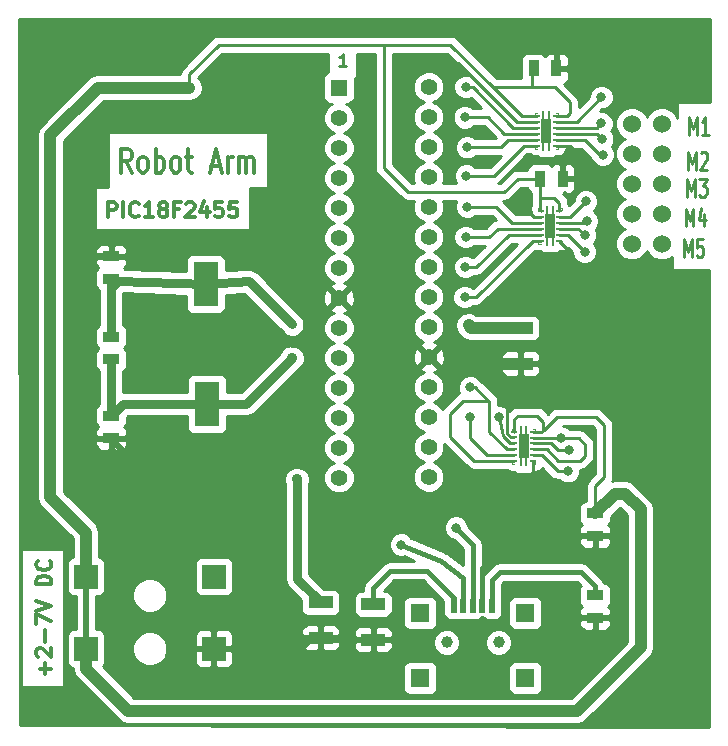
<source format=gtl>
G04 (created by PCBNEW (2013-08-24 BZR 4298)-stable) date Tue 27 Aug 2013 06:43:28 AM PDT*
%MOIN*%
G04 Gerber Fmt 3.4, Leading zero omitted, Abs format*
%FSLAX34Y34*%
G01*
G70*
G90*
G04 APERTURE LIST*
%ADD10C,0.003937*%
%ADD11C,0.012000*%
%ADD12C,0.009800*%
%ADD13C,0.002000*%
%ADD14C,0.055000*%
%ADD15R,0.055000X0.055000*%
%ADD16C,0.060000*%
%ADD17R,0.063000X0.063000*%
%ADD18C,0.039400*%
%ADD19R,0.019700X0.047200*%
%ADD20R,0.078700X0.039400*%
%ADD21R,0.055000X0.035000*%
%ADD22R,0.082700X0.149600*%
%ADD23R,0.035000X0.055000*%
%ADD24R,0.078700X0.078700*%
%ADD25R,0.019700X0.009800*%
%ADD26C,0.005900*%
%ADD27R,0.035400X0.078700*%
%ADD28R,0.009800X0.027600*%
%ADD29C,0.031500*%
%ADD30C,0.035000*%
%ADD31C,0.015700*%
%ADD32C,0.039400*%
%ADD33C,0.019700*%
%ADD34C,0.031500*%
%ADD35C,0.030000*%
%ADD36C,0.010000*%
G04 APERTURE END LIST*
G54D10*
G54D11*
X63468Y-37811D02*
X63268Y-37430D01*
X63125Y-37811D02*
X63125Y-37011D01*
X63354Y-37011D01*
X63411Y-37050D01*
X63440Y-37088D01*
X63468Y-37164D01*
X63468Y-37278D01*
X63440Y-37354D01*
X63411Y-37392D01*
X63354Y-37430D01*
X63125Y-37430D01*
X63811Y-37811D02*
X63754Y-37773D01*
X63725Y-37735D01*
X63697Y-37659D01*
X63697Y-37430D01*
X63725Y-37354D01*
X63754Y-37316D01*
X63811Y-37278D01*
X63897Y-37278D01*
X63954Y-37316D01*
X63982Y-37354D01*
X64011Y-37430D01*
X64011Y-37659D01*
X63982Y-37735D01*
X63954Y-37773D01*
X63897Y-37811D01*
X63811Y-37811D01*
X64268Y-37811D02*
X64268Y-37011D01*
X64268Y-37316D02*
X64325Y-37278D01*
X64440Y-37278D01*
X64497Y-37316D01*
X64525Y-37354D01*
X64554Y-37430D01*
X64554Y-37659D01*
X64525Y-37735D01*
X64497Y-37773D01*
X64440Y-37811D01*
X64325Y-37811D01*
X64268Y-37773D01*
X64897Y-37811D02*
X64840Y-37773D01*
X64811Y-37735D01*
X64782Y-37659D01*
X64782Y-37430D01*
X64811Y-37354D01*
X64840Y-37316D01*
X64897Y-37278D01*
X64982Y-37278D01*
X65040Y-37316D01*
X65068Y-37354D01*
X65097Y-37430D01*
X65097Y-37659D01*
X65068Y-37735D01*
X65040Y-37773D01*
X64982Y-37811D01*
X64897Y-37811D01*
X65268Y-37278D02*
X65497Y-37278D01*
X65354Y-37011D02*
X65354Y-37697D01*
X65382Y-37773D01*
X65439Y-37811D01*
X65497Y-37811D01*
X66125Y-37583D02*
X66411Y-37583D01*
X66068Y-37811D02*
X66268Y-37011D01*
X66468Y-37811D01*
X66668Y-37811D02*
X66668Y-37278D01*
X66668Y-37430D02*
X66697Y-37354D01*
X66725Y-37316D01*
X66782Y-37278D01*
X66840Y-37278D01*
X67040Y-37811D02*
X67040Y-37278D01*
X67040Y-37354D02*
X67068Y-37316D01*
X67125Y-37278D01*
X67211Y-37278D01*
X67268Y-37316D01*
X67297Y-37392D01*
X67297Y-37811D01*
X67297Y-37392D02*
X67325Y-37316D01*
X67382Y-37278D01*
X67468Y-37278D01*
X67525Y-37316D01*
X67554Y-37392D01*
X67554Y-37811D01*
G54D12*
X81875Y-40620D02*
X81875Y-40029D01*
X82006Y-40451D01*
X82137Y-40029D01*
X82137Y-40620D01*
X82512Y-40029D02*
X82325Y-40029D01*
X82306Y-40310D01*
X82325Y-40282D01*
X82362Y-40254D01*
X82456Y-40254D01*
X82494Y-40282D01*
X82512Y-40310D01*
X82531Y-40367D01*
X82531Y-40507D01*
X82512Y-40564D01*
X82494Y-40592D01*
X82456Y-40620D01*
X82362Y-40620D01*
X82325Y-40592D01*
X82306Y-40564D01*
X81935Y-39600D02*
X81935Y-39009D01*
X82066Y-39431D01*
X82197Y-39009D01*
X82197Y-39600D01*
X82554Y-39206D02*
X82554Y-39600D01*
X82460Y-38981D02*
X82366Y-39403D01*
X82610Y-39403D01*
X81980Y-38610D02*
X81980Y-38019D01*
X82111Y-38441D01*
X82242Y-38019D01*
X82242Y-38610D01*
X82392Y-38019D02*
X82636Y-38019D01*
X82505Y-38244D01*
X82561Y-38244D01*
X82599Y-38272D01*
X82617Y-38300D01*
X82636Y-38357D01*
X82636Y-38497D01*
X82617Y-38554D01*
X82599Y-38582D01*
X82561Y-38610D01*
X82449Y-38610D01*
X82411Y-38582D01*
X82392Y-38554D01*
X82005Y-37709D02*
X82005Y-37118D01*
X82136Y-37540D01*
X82267Y-37118D01*
X82267Y-37709D01*
X82436Y-37174D02*
X82455Y-37146D01*
X82492Y-37118D01*
X82586Y-37118D01*
X82624Y-37146D01*
X82642Y-37174D01*
X82661Y-37230D01*
X82661Y-37287D01*
X82642Y-37371D01*
X82417Y-37709D01*
X82661Y-37709D01*
X82049Y-36543D02*
X82049Y-35952D01*
X82180Y-36374D01*
X82311Y-35952D01*
X82311Y-36543D01*
X82705Y-36543D02*
X82480Y-36543D01*
X82593Y-36543D02*
X82593Y-35952D01*
X82555Y-36036D01*
X82518Y-36093D01*
X82480Y-36121D01*
X70616Y-34251D02*
X70391Y-34251D01*
X70504Y-34251D02*
X70504Y-33857D01*
X70466Y-33913D01*
X70428Y-33951D01*
X70391Y-33969D01*
G54D11*
X60599Y-54538D02*
X60599Y-54158D01*
X60790Y-54348D02*
X60409Y-54348D01*
X60337Y-53943D02*
X60314Y-53919D01*
X60290Y-53872D01*
X60290Y-53753D01*
X60314Y-53705D01*
X60337Y-53681D01*
X60385Y-53658D01*
X60433Y-53658D01*
X60504Y-53681D01*
X60790Y-53967D01*
X60790Y-53658D01*
X60599Y-53443D02*
X60599Y-53062D01*
X60290Y-52872D02*
X60290Y-52538D01*
X60790Y-52753D01*
X60290Y-52419D02*
X60790Y-52253D01*
X60290Y-52086D01*
X60790Y-51538D02*
X60290Y-51538D01*
X60290Y-51419D01*
X60314Y-51348D01*
X60361Y-51300D01*
X60409Y-51277D01*
X60504Y-51253D01*
X60575Y-51253D01*
X60671Y-51277D01*
X60718Y-51300D01*
X60766Y-51348D01*
X60790Y-51419D01*
X60790Y-51538D01*
X60742Y-50753D02*
X60766Y-50777D01*
X60790Y-50848D01*
X60790Y-50896D01*
X60766Y-50967D01*
X60718Y-51015D01*
X60671Y-51038D01*
X60575Y-51062D01*
X60504Y-51062D01*
X60409Y-51038D01*
X60361Y-51015D01*
X60314Y-50967D01*
X60290Y-50896D01*
X60290Y-50848D01*
X60314Y-50777D01*
X60337Y-50753D01*
X62687Y-39296D02*
X62687Y-38796D01*
X62877Y-38796D01*
X62925Y-38820D01*
X62949Y-38843D01*
X62972Y-38891D01*
X62972Y-38962D01*
X62949Y-39010D01*
X62925Y-39034D01*
X62877Y-39058D01*
X62687Y-39058D01*
X63187Y-39296D02*
X63187Y-38796D01*
X63710Y-39248D02*
X63687Y-39272D01*
X63615Y-39296D01*
X63568Y-39296D01*
X63496Y-39272D01*
X63449Y-39224D01*
X63425Y-39177D01*
X63401Y-39081D01*
X63401Y-39010D01*
X63425Y-38915D01*
X63449Y-38867D01*
X63496Y-38820D01*
X63568Y-38796D01*
X63615Y-38796D01*
X63687Y-38820D01*
X63710Y-38843D01*
X64187Y-39296D02*
X63901Y-39296D01*
X64044Y-39296D02*
X64044Y-38796D01*
X63996Y-38867D01*
X63949Y-38915D01*
X63901Y-38939D01*
X64472Y-39010D02*
X64425Y-38986D01*
X64401Y-38962D01*
X64377Y-38915D01*
X64377Y-38891D01*
X64401Y-38843D01*
X64425Y-38820D01*
X64472Y-38796D01*
X64568Y-38796D01*
X64615Y-38820D01*
X64639Y-38843D01*
X64663Y-38891D01*
X64663Y-38915D01*
X64639Y-38962D01*
X64615Y-38986D01*
X64568Y-39010D01*
X64472Y-39010D01*
X64425Y-39034D01*
X64401Y-39058D01*
X64377Y-39105D01*
X64377Y-39200D01*
X64401Y-39248D01*
X64425Y-39272D01*
X64472Y-39296D01*
X64568Y-39296D01*
X64615Y-39272D01*
X64639Y-39248D01*
X64663Y-39200D01*
X64663Y-39105D01*
X64639Y-39058D01*
X64615Y-39034D01*
X64568Y-39010D01*
X65044Y-39034D02*
X64877Y-39034D01*
X64877Y-39296D02*
X64877Y-38796D01*
X65115Y-38796D01*
X65282Y-38843D02*
X65306Y-38820D01*
X65353Y-38796D01*
X65472Y-38796D01*
X65520Y-38820D01*
X65544Y-38843D01*
X65568Y-38891D01*
X65568Y-38939D01*
X65544Y-39010D01*
X65258Y-39296D01*
X65568Y-39296D01*
X65996Y-38962D02*
X65996Y-39296D01*
X65877Y-38772D02*
X65758Y-39129D01*
X66068Y-39129D01*
X66496Y-38796D02*
X66258Y-38796D01*
X66234Y-39034D01*
X66258Y-39010D01*
X66306Y-38986D01*
X66425Y-38986D01*
X66472Y-39010D01*
X66496Y-39034D01*
X66520Y-39081D01*
X66520Y-39200D01*
X66496Y-39248D01*
X66472Y-39272D01*
X66425Y-39296D01*
X66306Y-39296D01*
X66258Y-39272D01*
X66234Y-39248D01*
X66972Y-38796D02*
X66734Y-38796D01*
X66710Y-39034D01*
X66734Y-39010D01*
X66782Y-38986D01*
X66901Y-38986D01*
X66949Y-39010D01*
X66972Y-39034D01*
X66996Y-39081D01*
X66996Y-39200D01*
X66972Y-39248D01*
X66949Y-39272D01*
X66901Y-39296D01*
X66782Y-39296D01*
X66734Y-39272D01*
X66710Y-39248D01*
G54D13*
X77737Y-40181D02*
X77813Y-40181D01*
X77813Y-40181D02*
X77813Y-40107D01*
X77813Y-39071D02*
X77813Y-38997D01*
X77737Y-38997D02*
X77813Y-38997D01*
X77025Y-38997D02*
X77101Y-38997D01*
X77025Y-39072D02*
X77025Y-38998D01*
X77025Y-40179D02*
X77025Y-40105D01*
X77026Y-40179D02*
X77102Y-40179D01*
X76852Y-47531D02*
X76928Y-47531D01*
X76928Y-47531D02*
X76928Y-47457D01*
X76928Y-46421D02*
X76928Y-46347D01*
X76852Y-46347D02*
X76928Y-46347D01*
X76140Y-46347D02*
X76216Y-46347D01*
X76140Y-46422D02*
X76140Y-46348D01*
X76140Y-47529D02*
X76140Y-47455D01*
X76141Y-47529D02*
X76217Y-47529D01*
X77612Y-37011D02*
X77688Y-37011D01*
X77688Y-37011D02*
X77688Y-36937D01*
X77688Y-35901D02*
X77688Y-35827D01*
X77612Y-35827D02*
X77688Y-35827D01*
X76900Y-35827D02*
X76976Y-35827D01*
X76900Y-35902D02*
X76900Y-35828D01*
X76900Y-37009D02*
X76900Y-36935D01*
X76901Y-37009D02*
X76977Y-37009D01*
G54D14*
X73374Y-41962D03*
X73374Y-42962D03*
X73374Y-40962D03*
X73374Y-39962D03*
X73374Y-38962D03*
X73374Y-37962D03*
X73374Y-36962D03*
X73374Y-35962D03*
X73374Y-43956D03*
X73374Y-44956D03*
X73374Y-45956D03*
X73374Y-47956D03*
X73374Y-46956D03*
X70380Y-46978D03*
X70380Y-47978D03*
X70380Y-45978D03*
X70380Y-44978D03*
X70380Y-43978D03*
X73370Y-34958D03*
G54D15*
X70380Y-34984D03*
G54D14*
X70380Y-35984D03*
X70380Y-36984D03*
X70380Y-37984D03*
X70380Y-38984D03*
X70380Y-39984D03*
X70380Y-40984D03*
X70380Y-42984D03*
X70380Y-41984D03*
G54D16*
X80144Y-36178D03*
X80144Y-37178D03*
X80144Y-38178D03*
X80144Y-39178D03*
X80144Y-40178D03*
X81144Y-40178D03*
X81144Y-39178D03*
X81144Y-38178D03*
X81144Y-37178D03*
X81144Y-36178D03*
G54D17*
X76596Y-52488D03*
X76596Y-54653D03*
X73092Y-52488D03*
G54D18*
X75710Y-53472D03*
G54D19*
X75159Y-52251D03*
X74214Y-52251D03*
X74529Y-52251D03*
X75474Y-52251D03*
X74849Y-52251D03*
G54D17*
X73092Y-54653D03*
G54D18*
X73978Y-53472D03*
G54D20*
X76443Y-42994D03*
X76443Y-44176D03*
X69769Y-52137D03*
X69769Y-53319D03*
X71524Y-52197D03*
X71524Y-53379D03*
G54D21*
X62790Y-44040D03*
X62790Y-43290D03*
G54D22*
X65940Y-41523D03*
X65978Y-45523D03*
G54D23*
X77089Y-38011D03*
X77839Y-38011D03*
X76869Y-34337D03*
X77619Y-34337D03*
G54D21*
X78919Y-49173D03*
X78919Y-49923D03*
X78919Y-51903D03*
X78919Y-52653D03*
X62790Y-45908D03*
X62790Y-46658D03*
X62790Y-41356D03*
X62790Y-40606D03*
G54D24*
X61950Y-53678D03*
X61950Y-51276D03*
X66212Y-53678D03*
X66212Y-51276D03*
G54D25*
X77726Y-40080D03*
X77726Y-39293D03*
X77726Y-39883D03*
X77725Y-39489D03*
X77725Y-39687D03*
X77725Y-39096D03*
X77116Y-39094D03*
X77116Y-39684D03*
X77116Y-39488D03*
X77116Y-39881D03*
X77116Y-39291D03*
X77116Y-40078D03*
G54D26*
X77419Y-39588D03*
X77419Y-39726D03*
X77419Y-39417D03*
G54D27*
X77419Y-39588D03*
G54D28*
X77517Y-39057D03*
X77321Y-39057D03*
X77517Y-40119D03*
X77321Y-40119D03*
G54D25*
X76841Y-47430D03*
X76841Y-46643D03*
X76841Y-47233D03*
X76840Y-46839D03*
X76840Y-47037D03*
X76840Y-46446D03*
X76231Y-46444D03*
X76231Y-47034D03*
X76231Y-46838D03*
X76231Y-47231D03*
X76231Y-46641D03*
X76231Y-47428D03*
G54D26*
X76534Y-46938D03*
X76534Y-47076D03*
X76534Y-46767D03*
G54D27*
X76534Y-46938D03*
G54D28*
X76632Y-46407D03*
X76436Y-46407D03*
X76632Y-47469D03*
X76436Y-47469D03*
G54D25*
X77601Y-36910D03*
X77601Y-36123D03*
X77601Y-36713D03*
X77600Y-36319D03*
X77600Y-36517D03*
X77600Y-35926D03*
X76991Y-35924D03*
X76991Y-36514D03*
X76991Y-36318D03*
X76991Y-36711D03*
X76991Y-36121D03*
X76991Y-36908D03*
G54D26*
X77294Y-36418D03*
X77294Y-36556D03*
X77294Y-36247D03*
G54D27*
X77294Y-36418D03*
G54D28*
X77392Y-35887D03*
X77196Y-35887D03*
X77392Y-36949D03*
X77196Y-36949D03*
G54D29*
X74704Y-42903D03*
X65394Y-34983D03*
X74284Y-49648D03*
X72454Y-50208D03*
X68824Y-42873D03*
G54D30*
X68812Y-44000D03*
X68980Y-48038D03*
G54D29*
X78653Y-53615D03*
X71479Y-54303D03*
X75533Y-50605D03*
X74653Y-44055D03*
X76413Y-38835D03*
X78533Y-37608D03*
X79312Y-34337D03*
X73843Y-34175D03*
X78573Y-40455D03*
X78633Y-39425D03*
X79128Y-35298D03*
X74606Y-34955D03*
X74648Y-36964D03*
X74571Y-41962D03*
X74606Y-39960D03*
X74753Y-44972D03*
X75710Y-45961D03*
X74743Y-45955D03*
X78005Y-47765D03*
X78036Y-47063D03*
X77777Y-46652D03*
X74655Y-38959D03*
X74593Y-40955D03*
X74623Y-37915D03*
X74578Y-35970D03*
X79128Y-36173D03*
X79156Y-36684D03*
X79170Y-37209D03*
X78613Y-38765D03*
X78573Y-39895D03*
G54D31*
X74214Y-52251D02*
X74214Y-51987D01*
X71524Y-51651D02*
X71524Y-52197D01*
X72096Y-51079D02*
X71524Y-51651D01*
X73306Y-51079D02*
X72096Y-51079D01*
X74214Y-51987D02*
X73306Y-51079D01*
G54D32*
X76443Y-42994D02*
X74795Y-42994D01*
X74795Y-42994D02*
X74704Y-42903D01*
G54D12*
X76811Y-34967D02*
X76811Y-34395D01*
X76811Y-34395D02*
X76869Y-34337D01*
X77725Y-39096D02*
X77725Y-38819D01*
X77559Y-38653D02*
X77089Y-38653D01*
X77725Y-38819D02*
X77559Y-38653D01*
X77116Y-39094D02*
X77116Y-39065D01*
X77089Y-39038D02*
X77089Y-38653D01*
X77089Y-38653D02*
X77089Y-38011D01*
X77116Y-39065D02*
X77089Y-39038D01*
X77089Y-38011D02*
X76341Y-38011D01*
X71876Y-37645D02*
X71876Y-33548D01*
X72694Y-38463D02*
X71876Y-37645D01*
X75889Y-38463D02*
X72694Y-38463D01*
X76341Y-38011D02*
X75889Y-38463D01*
X77199Y-46400D02*
X77205Y-46400D01*
X78919Y-48260D02*
X78919Y-49173D01*
X79224Y-47955D02*
X78919Y-48260D01*
X79224Y-46226D02*
X79224Y-47955D01*
X78945Y-45947D02*
X79224Y-46226D01*
X77658Y-45947D02*
X78945Y-45947D01*
X77205Y-46400D02*
X77658Y-45947D01*
X76840Y-46446D02*
X77153Y-46446D01*
X76231Y-46019D02*
X76231Y-46444D01*
X76333Y-45917D02*
X76231Y-46019D01*
X76992Y-45917D02*
X76333Y-45917D01*
X77199Y-46124D02*
X76992Y-45917D01*
X77199Y-46400D02*
X77199Y-46124D01*
X77153Y-46446D02*
X77199Y-46400D01*
G54D32*
X61950Y-53678D02*
X61950Y-54342D01*
X61950Y-54342D02*
X63363Y-55755D01*
X63363Y-55755D02*
X78313Y-55755D01*
X78313Y-55755D02*
X80434Y-53634D01*
X80434Y-53634D02*
X80434Y-49038D01*
X80434Y-49038D02*
X79909Y-48513D01*
X79909Y-48513D02*
X79579Y-48513D01*
X79579Y-48513D02*
X78919Y-49173D01*
G54D12*
X77600Y-35926D02*
X77973Y-35926D01*
X77583Y-34967D02*
X76811Y-34967D01*
X76811Y-34967D02*
X75515Y-34967D01*
X78075Y-35459D02*
X77583Y-34967D01*
X78075Y-35824D02*
X78075Y-35459D01*
X77973Y-35926D02*
X78075Y-35824D01*
X65394Y-34983D02*
X65394Y-34528D01*
X76472Y-35924D02*
X76991Y-35924D01*
X74096Y-33548D02*
X75515Y-34967D01*
X75515Y-34967D02*
X76472Y-35924D01*
X66374Y-33548D02*
X71876Y-33548D01*
X71876Y-33548D02*
X72536Y-33548D01*
X72536Y-33548D02*
X74096Y-33548D01*
X65394Y-34528D02*
X66374Y-33548D01*
G54D32*
X61950Y-51276D02*
X61950Y-49821D01*
X61950Y-49821D02*
X60763Y-48634D01*
X60763Y-48634D02*
X60763Y-36569D01*
X60763Y-36569D02*
X62349Y-34983D01*
X62349Y-34983D02*
X65394Y-34983D01*
G54D33*
X61950Y-53678D02*
X61950Y-51276D01*
G54D31*
X74849Y-50213D02*
X74849Y-52251D01*
X74284Y-49648D02*
X74849Y-50213D01*
X74529Y-52251D02*
X74529Y-51308D01*
X74529Y-51308D02*
X73790Y-50770D01*
X73790Y-50770D02*
X72454Y-50208D01*
G54D34*
X62790Y-41356D02*
X62790Y-41669D01*
X63031Y-41428D02*
X65940Y-41523D01*
X62790Y-41669D02*
X63031Y-41428D01*
X62790Y-41356D02*
X62790Y-43290D01*
X65940Y-41523D02*
X67379Y-41428D01*
X67379Y-41428D02*
X68824Y-42873D01*
X65978Y-45523D02*
X67289Y-45523D01*
X67289Y-45523D02*
X68812Y-44000D01*
X65978Y-45523D02*
X63175Y-45523D01*
X63175Y-45523D02*
X62790Y-45908D01*
X62790Y-44040D02*
X62790Y-45908D01*
G54D35*
X68812Y-44000D02*
X68780Y-43968D01*
G54D31*
X75474Y-52251D02*
X75474Y-51394D01*
X78919Y-51601D02*
X78919Y-51903D01*
X78453Y-51135D02*
X78919Y-51601D01*
X75733Y-51135D02*
X78453Y-51135D01*
X75474Y-51394D02*
X75733Y-51135D01*
G54D34*
X69769Y-52137D02*
X69766Y-52137D01*
X68980Y-51351D02*
X68980Y-48038D01*
X69766Y-52137D02*
X68980Y-51351D01*
G54D31*
X78919Y-49923D02*
X78919Y-50290D01*
X79086Y-53615D02*
X78653Y-53615D01*
X79730Y-52971D02*
X79086Y-53615D01*
X79730Y-51101D02*
X79730Y-52971D01*
X78919Y-50290D02*
X79730Y-51101D01*
X78919Y-52653D02*
X78919Y-53349D01*
X78919Y-53349D02*
X78653Y-53615D01*
X71524Y-53379D02*
X71524Y-54258D01*
X71524Y-54258D02*
X71479Y-54303D01*
X75159Y-52251D02*
X75159Y-50979D01*
X75159Y-50979D02*
X75533Y-50605D01*
G54D32*
X74653Y-44055D02*
X74774Y-44176D01*
X74774Y-44176D02*
X76443Y-44176D01*
G54D12*
X76231Y-46641D02*
X76111Y-46641D01*
X76111Y-46641D02*
X75993Y-46523D01*
X75993Y-46523D02*
X75993Y-45636D01*
X75993Y-45636D02*
X76443Y-45186D01*
X76443Y-45186D02*
X76443Y-44176D01*
X77116Y-39291D02*
X76869Y-39291D01*
X76869Y-39291D02*
X76413Y-38835D01*
X78919Y-49923D02*
X77359Y-49923D01*
X76841Y-49405D02*
X76841Y-47430D01*
X77359Y-49923D02*
X76841Y-49405D01*
X76443Y-44176D02*
X77646Y-44176D01*
X77646Y-44176D02*
X78064Y-43758D01*
X78064Y-43758D02*
X78064Y-40418D01*
X78064Y-40418D02*
X77726Y-40080D01*
X77839Y-38011D02*
X78130Y-38011D01*
X78130Y-38011D02*
X78533Y-37608D01*
X77601Y-36910D02*
X78066Y-36910D01*
X78533Y-37377D02*
X78533Y-37608D01*
X78066Y-36910D02*
X78533Y-37377D01*
X76991Y-36121D02*
X76318Y-36121D01*
X79312Y-34337D02*
X77619Y-34337D01*
X73853Y-34165D02*
X73843Y-34175D01*
X74362Y-34165D02*
X73853Y-34165D01*
X76318Y-36121D02*
X74362Y-34165D01*
G54D33*
X62790Y-40606D02*
X62106Y-40606D01*
X63924Y-48353D02*
X64204Y-48073D01*
X62629Y-48353D02*
X63924Y-48353D01*
X61759Y-47483D02*
X62629Y-48353D01*
X61759Y-40953D02*
X61759Y-47483D01*
X62106Y-40606D02*
X61759Y-40953D01*
X62790Y-46658D02*
X62790Y-46694D01*
X67774Y-49298D02*
X67774Y-53678D01*
X66549Y-48073D02*
X67774Y-49298D01*
X64169Y-48073D02*
X64204Y-48073D01*
X64204Y-48073D02*
X66549Y-48073D01*
X62790Y-46694D02*
X64169Y-48073D01*
X69769Y-53319D02*
X69482Y-53319D01*
X69482Y-53319D02*
X69123Y-53678D01*
X69123Y-53678D02*
X67774Y-53678D01*
X67774Y-53678D02*
X66212Y-53678D01*
X71524Y-53379D02*
X69829Y-53379D01*
X69829Y-53379D02*
X69769Y-53319D01*
G54D12*
X78001Y-39883D02*
X77726Y-39883D01*
X78573Y-40455D02*
X78001Y-39883D01*
X78569Y-39489D02*
X77725Y-39489D01*
X78633Y-39425D02*
X78569Y-39489D01*
X77601Y-36123D02*
X78303Y-36123D01*
X78303Y-36123D02*
X79128Y-35298D01*
X76186Y-36318D02*
X76991Y-36318D01*
X74837Y-34969D02*
X76186Y-36318D01*
X74620Y-34969D02*
X74837Y-34969D01*
X74606Y-34955D02*
X74620Y-34969D01*
X76021Y-36711D02*
X76991Y-36711D01*
X75782Y-36950D02*
X76021Y-36711D01*
X74662Y-36950D02*
X75782Y-36950D01*
X74648Y-36964D02*
X74662Y-36950D01*
X77116Y-40078D02*
X76836Y-40078D01*
X74952Y-41962D02*
X74571Y-41962D01*
X76836Y-40078D02*
X74952Y-41962D01*
X77116Y-39684D02*
X75673Y-39684D01*
X75397Y-39960D02*
X74606Y-39960D01*
X75673Y-39684D02*
X75397Y-39960D01*
X76231Y-47428D02*
X74878Y-47428D01*
X74513Y-45415D02*
X75364Y-45415D01*
X74083Y-45845D02*
X74513Y-45415D01*
X74083Y-46633D02*
X74083Y-45845D01*
X74878Y-47428D02*
X74083Y-46633D01*
X76231Y-47034D02*
X75973Y-47034D01*
X74921Y-44972D02*
X74753Y-44972D01*
X75390Y-45441D02*
X75364Y-45415D01*
X75364Y-45415D02*
X74921Y-44972D01*
X75390Y-46451D02*
X75390Y-45441D01*
X75973Y-47034D02*
X75390Y-46451D01*
X76231Y-46838D02*
X76080Y-46838D01*
X75845Y-46603D02*
X75710Y-45961D01*
X76080Y-46838D02*
X75845Y-46603D01*
X75364Y-47231D02*
X75332Y-47231D01*
X75364Y-47231D02*
X76231Y-47231D01*
X74743Y-46642D02*
X74743Y-45955D01*
X75332Y-47231D02*
X74743Y-46642D01*
X76841Y-47233D02*
X77144Y-47233D01*
X77676Y-47765D02*
X78005Y-47765D01*
X77144Y-47233D02*
X77676Y-47765D01*
X76840Y-46839D02*
X77452Y-46839D01*
X77676Y-47063D02*
X78036Y-47063D01*
X77452Y-46839D02*
X77676Y-47063D01*
X77777Y-46652D02*
X78369Y-46652D01*
X77317Y-47037D02*
X76840Y-47037D01*
X77695Y-47415D02*
X77317Y-47037D01*
X78427Y-47415D02*
X77695Y-47415D01*
X78595Y-47247D02*
X78427Y-47415D01*
X78595Y-46878D02*
X78595Y-47247D01*
X78369Y-46652D02*
X78595Y-46878D01*
X76841Y-46643D02*
X77768Y-46643D01*
X77768Y-46643D02*
X77777Y-46652D01*
X76143Y-39488D02*
X77116Y-39488D01*
X75614Y-38959D02*
X76143Y-39488D01*
X74655Y-38959D02*
X75614Y-38959D01*
X76047Y-39881D02*
X76038Y-39881D01*
X77116Y-39881D02*
X76047Y-39881D01*
X76038Y-39881D02*
X74964Y-40955D01*
X74593Y-40955D02*
X74964Y-40955D01*
X76991Y-36908D02*
X76540Y-36908D01*
X75533Y-37915D02*
X74623Y-37915D01*
X76540Y-36908D02*
X75533Y-37915D01*
X76991Y-36514D02*
X75892Y-36514D01*
X75348Y-35970D02*
X74578Y-35970D01*
X75892Y-36514D02*
X75348Y-35970D01*
X78982Y-36319D02*
X77600Y-36319D01*
X79128Y-36173D02*
X78982Y-36319D01*
X78989Y-36517D02*
X77600Y-36517D01*
X79156Y-36684D02*
X78989Y-36517D01*
X77601Y-36713D02*
X78576Y-36713D01*
X79072Y-37209D02*
X79170Y-37209D01*
X78576Y-36713D02*
X79072Y-37209D01*
X77726Y-39293D02*
X78085Y-39293D01*
X78085Y-39293D02*
X78613Y-38765D01*
X77725Y-39687D02*
X78365Y-39687D01*
X78365Y-39687D02*
X78573Y-39895D01*
G54D10*
G36*
X75776Y-37249D02*
X75409Y-37616D01*
X74900Y-37616D01*
X74854Y-37569D01*
X74704Y-37507D01*
X74542Y-37507D01*
X74392Y-37569D01*
X74277Y-37683D01*
X74215Y-37833D01*
X74215Y-37995D01*
X74277Y-38145D01*
X74295Y-38164D01*
X73858Y-38164D01*
X73898Y-38066D01*
X73899Y-37858D01*
X73819Y-37665D01*
X73671Y-37517D01*
X73538Y-37461D01*
X73671Y-37407D01*
X73818Y-37259D01*
X73898Y-37066D01*
X73899Y-36858D01*
X73819Y-36665D01*
X73671Y-36517D01*
X73538Y-36461D01*
X73671Y-36407D01*
X73818Y-36259D01*
X73898Y-36066D01*
X73899Y-35858D01*
X73819Y-35665D01*
X73671Y-35517D01*
X73531Y-35459D01*
X73667Y-35403D01*
X73814Y-35255D01*
X73894Y-35062D01*
X73895Y-34854D01*
X73815Y-34661D01*
X73667Y-34513D01*
X73474Y-34433D01*
X73266Y-34432D01*
X73073Y-34512D01*
X72925Y-34660D01*
X72845Y-34853D01*
X72844Y-35061D01*
X72924Y-35255D01*
X73072Y-35402D01*
X73212Y-35460D01*
X73077Y-35516D01*
X72929Y-35664D01*
X72849Y-35857D01*
X72848Y-36065D01*
X72928Y-36259D01*
X73076Y-36406D01*
X73209Y-36462D01*
X73077Y-36516D01*
X72929Y-36664D01*
X72849Y-36857D01*
X72848Y-37065D01*
X72928Y-37259D01*
X73076Y-37406D01*
X73209Y-37462D01*
X73077Y-37516D01*
X72929Y-37664D01*
X72849Y-37857D01*
X72848Y-38065D01*
X72889Y-38164D01*
X72817Y-38164D01*
X72175Y-37521D01*
X72175Y-33847D01*
X72536Y-33847D01*
X73972Y-33847D01*
X74672Y-34547D01*
X74525Y-34547D01*
X74375Y-34609D01*
X74260Y-34723D01*
X74198Y-34873D01*
X74198Y-35035D01*
X74260Y-35185D01*
X74374Y-35300D01*
X74524Y-35362D01*
X74686Y-35362D01*
X74772Y-35327D01*
X75116Y-35671D01*
X74855Y-35671D01*
X74809Y-35624D01*
X74659Y-35562D01*
X74497Y-35562D01*
X74347Y-35624D01*
X74232Y-35738D01*
X74170Y-35888D01*
X74170Y-36050D01*
X74232Y-36200D01*
X74346Y-36315D01*
X74496Y-36377D01*
X74658Y-36377D01*
X74808Y-36315D01*
X74855Y-36269D01*
X75224Y-36269D01*
X75606Y-36651D01*
X74911Y-36651D01*
X74879Y-36618D01*
X74729Y-36556D01*
X74567Y-36556D01*
X74417Y-36618D01*
X74302Y-36732D01*
X74240Y-36882D01*
X74240Y-37044D01*
X74302Y-37194D01*
X74416Y-37309D01*
X74566Y-37371D01*
X74728Y-37371D01*
X74878Y-37309D01*
X74939Y-37249D01*
X75776Y-37249D01*
X75776Y-37249D01*
G37*
G54D36*
X75776Y-37249D02*
X75409Y-37616D01*
X74900Y-37616D01*
X74854Y-37569D01*
X74704Y-37507D01*
X74542Y-37507D01*
X74392Y-37569D01*
X74277Y-37683D01*
X74215Y-37833D01*
X74215Y-37995D01*
X74277Y-38145D01*
X74295Y-38164D01*
X73858Y-38164D01*
X73898Y-38066D01*
X73899Y-37858D01*
X73819Y-37665D01*
X73671Y-37517D01*
X73538Y-37461D01*
X73671Y-37407D01*
X73818Y-37259D01*
X73898Y-37066D01*
X73899Y-36858D01*
X73819Y-36665D01*
X73671Y-36517D01*
X73538Y-36461D01*
X73671Y-36407D01*
X73818Y-36259D01*
X73898Y-36066D01*
X73899Y-35858D01*
X73819Y-35665D01*
X73671Y-35517D01*
X73531Y-35459D01*
X73667Y-35403D01*
X73814Y-35255D01*
X73894Y-35062D01*
X73895Y-34854D01*
X73815Y-34661D01*
X73667Y-34513D01*
X73474Y-34433D01*
X73266Y-34432D01*
X73073Y-34512D01*
X72925Y-34660D01*
X72845Y-34853D01*
X72844Y-35061D01*
X72924Y-35255D01*
X73072Y-35402D01*
X73212Y-35460D01*
X73077Y-35516D01*
X72929Y-35664D01*
X72849Y-35857D01*
X72848Y-36065D01*
X72928Y-36259D01*
X73076Y-36406D01*
X73209Y-36462D01*
X73077Y-36516D01*
X72929Y-36664D01*
X72849Y-36857D01*
X72848Y-37065D01*
X72928Y-37259D01*
X73076Y-37406D01*
X73209Y-37462D01*
X73077Y-37516D01*
X72929Y-37664D01*
X72849Y-37857D01*
X72848Y-38065D01*
X72889Y-38164D01*
X72817Y-38164D01*
X72175Y-37521D01*
X72175Y-33847D01*
X72536Y-33847D01*
X73972Y-33847D01*
X74672Y-34547D01*
X74525Y-34547D01*
X74375Y-34609D01*
X74260Y-34723D01*
X74198Y-34873D01*
X74198Y-35035D01*
X74260Y-35185D01*
X74374Y-35300D01*
X74524Y-35362D01*
X74686Y-35362D01*
X74772Y-35327D01*
X75116Y-35671D01*
X74855Y-35671D01*
X74809Y-35624D01*
X74659Y-35562D01*
X74497Y-35562D01*
X74347Y-35624D01*
X74232Y-35738D01*
X74170Y-35888D01*
X74170Y-36050D01*
X74232Y-36200D01*
X74346Y-36315D01*
X74496Y-36377D01*
X74658Y-36377D01*
X74808Y-36315D01*
X74855Y-36269D01*
X75224Y-36269D01*
X75606Y-36651D01*
X74911Y-36651D01*
X74879Y-36618D01*
X74729Y-36556D01*
X74567Y-36556D01*
X74417Y-36618D01*
X74302Y-36732D01*
X74240Y-36882D01*
X74240Y-37044D01*
X74302Y-37194D01*
X74416Y-37309D01*
X74566Y-37371D01*
X74728Y-37371D01*
X74878Y-37309D01*
X74939Y-37249D01*
X75776Y-37249D01*
G54D10*
G36*
X76790Y-38889D02*
X76784Y-38897D01*
X76765Y-38997D01*
X76765Y-38997D01*
X76765Y-38998D01*
X76765Y-39072D01*
X76767Y-39084D01*
X76767Y-39094D01*
X76767Y-39189D01*
X76266Y-39189D01*
X75839Y-38762D01*
X75889Y-38762D01*
X76003Y-38739D01*
X76100Y-38674D01*
X76464Y-38310D01*
X76664Y-38310D01*
X76664Y-38335D01*
X76702Y-38427D01*
X76772Y-38497D01*
X76790Y-38505D01*
X76790Y-38653D01*
X76790Y-38889D01*
X76790Y-38889D01*
G37*
G54D36*
X76790Y-38889D02*
X76784Y-38897D01*
X76765Y-38997D01*
X76765Y-38997D01*
X76765Y-38998D01*
X76765Y-39072D01*
X76767Y-39084D01*
X76767Y-39094D01*
X76767Y-39189D01*
X76266Y-39189D01*
X75839Y-38762D01*
X75889Y-38762D01*
X76003Y-38739D01*
X76100Y-38674D01*
X76464Y-38310D01*
X76664Y-38310D01*
X76664Y-38335D01*
X76702Y-38427D01*
X76772Y-38497D01*
X76790Y-38505D01*
X76790Y-38653D01*
X76790Y-38889D01*
G54D10*
G36*
X82743Y-32697D02*
X82739Y-35465D01*
X81656Y-35465D01*
X81656Y-35977D01*
X81610Y-35866D01*
X81455Y-35712D01*
X81253Y-35628D01*
X81035Y-35627D01*
X80832Y-35711D01*
X80678Y-35866D01*
X80644Y-35947D01*
X80610Y-35866D01*
X80455Y-35712D01*
X80253Y-35628D01*
X80035Y-35627D01*
X79832Y-35711D01*
X79678Y-35866D01*
X79594Y-36068D01*
X79593Y-36286D01*
X79677Y-36489D01*
X79832Y-36643D01*
X79913Y-36677D01*
X79832Y-36711D01*
X79678Y-36866D01*
X79594Y-37068D01*
X79593Y-37286D01*
X79677Y-37489D01*
X79832Y-37643D01*
X79913Y-37677D01*
X79832Y-37711D01*
X79678Y-37866D01*
X79594Y-38068D01*
X79593Y-38286D01*
X79677Y-38489D01*
X79832Y-38643D01*
X79913Y-38677D01*
X79832Y-38711D01*
X79678Y-38866D01*
X79594Y-39068D01*
X79593Y-39286D01*
X79677Y-39489D01*
X79832Y-39643D01*
X79913Y-39677D01*
X79832Y-39711D01*
X79678Y-39866D01*
X79594Y-40068D01*
X79593Y-40286D01*
X79677Y-40489D01*
X79832Y-40643D01*
X80034Y-40727D01*
X80252Y-40728D01*
X80455Y-40644D01*
X80609Y-40489D01*
X80643Y-40408D01*
X80677Y-40489D01*
X80832Y-40643D01*
X81034Y-40727D01*
X81252Y-40728D01*
X81455Y-40644D01*
X81482Y-40617D01*
X81482Y-41065D01*
X82729Y-41065D01*
X82704Y-56282D01*
X80881Y-56277D01*
X80881Y-53634D01*
X80881Y-49038D01*
X80846Y-48866D01*
X80750Y-48721D01*
X80225Y-48196D01*
X80080Y-48100D01*
X79909Y-48066D01*
X79579Y-48066D01*
X79490Y-48083D01*
X79500Y-48069D01*
X79522Y-47955D01*
X79523Y-47955D01*
X79523Y-46226D01*
X79500Y-46111D01*
X79435Y-46014D01*
X79156Y-45735D01*
X79059Y-45670D01*
X78945Y-45648D01*
X77658Y-45648D01*
X77543Y-45670D01*
X77446Y-45735D01*
X77339Y-45842D01*
X77203Y-45705D01*
X77106Y-45640D01*
X77086Y-45636D01*
X77086Y-44422D01*
X77086Y-44288D01*
X77086Y-44063D01*
X77086Y-43929D01*
X77086Y-43240D01*
X77086Y-43141D01*
X77086Y-42747D01*
X77048Y-42655D01*
X76978Y-42585D01*
X76886Y-42547D01*
X76786Y-42547D01*
X76443Y-42547D01*
X75999Y-42547D01*
X74960Y-42547D01*
X74875Y-42490D01*
X74704Y-42456D01*
X74532Y-42490D01*
X74387Y-42586D01*
X74291Y-42731D01*
X74257Y-42903D01*
X74291Y-43074D01*
X74387Y-43219D01*
X74478Y-43310D01*
X74623Y-43406D01*
X74795Y-43441D01*
X75999Y-43441D01*
X76099Y-43441D01*
X76443Y-43441D01*
X76886Y-43441D01*
X76978Y-43402D01*
X77048Y-43332D01*
X77086Y-43240D01*
X77086Y-43929D01*
X77048Y-43837D01*
X76978Y-43767D01*
X76886Y-43729D01*
X76786Y-43729D01*
X76555Y-43729D01*
X76493Y-43791D01*
X76493Y-44126D01*
X77024Y-44126D01*
X77086Y-44063D01*
X77086Y-44288D01*
X77024Y-44226D01*
X76493Y-44226D01*
X76493Y-44560D01*
X76555Y-44623D01*
X76786Y-44623D01*
X76886Y-44623D01*
X76978Y-44584D01*
X77048Y-44514D01*
X77086Y-44422D01*
X77086Y-45636D01*
X76992Y-45618D01*
X76393Y-45618D01*
X76393Y-44560D01*
X76393Y-44226D01*
X76393Y-44126D01*
X76393Y-43791D01*
X76330Y-43729D01*
X76099Y-43729D01*
X75999Y-43729D01*
X75907Y-43767D01*
X75837Y-43837D01*
X75799Y-43929D01*
X75799Y-44063D01*
X75862Y-44126D01*
X76393Y-44126D01*
X76393Y-44226D01*
X75862Y-44226D01*
X75799Y-44288D01*
X75799Y-44422D01*
X75837Y-44514D01*
X75907Y-44584D01*
X75999Y-44623D01*
X76099Y-44623D01*
X76330Y-44623D01*
X76393Y-44560D01*
X76393Y-45618D01*
X76333Y-45618D01*
X76218Y-45640D01*
X76121Y-45705D01*
X76067Y-45759D01*
X76055Y-45730D01*
X75941Y-45615D01*
X75791Y-45553D01*
X75689Y-45553D01*
X75689Y-45441D01*
X75666Y-45326D01*
X75601Y-45229D01*
X75575Y-45203D01*
X75575Y-45203D01*
X75575Y-45203D01*
X75132Y-44760D01*
X75088Y-44731D01*
X74984Y-44626D01*
X74834Y-44564D01*
X74672Y-44564D01*
X74522Y-44626D01*
X74407Y-44740D01*
X74345Y-44890D01*
X74345Y-45052D01*
X74384Y-45147D01*
X74301Y-45203D01*
X73903Y-45601D01*
X73903Y-44031D01*
X73892Y-43823D01*
X73834Y-43683D01*
X73741Y-43658D01*
X73444Y-43956D01*
X73741Y-44253D01*
X73834Y-44228D01*
X73903Y-44031D01*
X73903Y-45601D01*
X73871Y-45633D01*
X73832Y-45691D01*
X73819Y-45659D01*
X73671Y-45511D01*
X73538Y-45455D01*
X73671Y-45401D01*
X73818Y-45253D01*
X73898Y-45060D01*
X73899Y-44852D01*
X73819Y-44659D01*
X73671Y-44511D01*
X73545Y-44458D01*
X73646Y-44416D01*
X73671Y-44323D01*
X73374Y-44026D01*
X73303Y-44097D01*
X73303Y-43956D01*
X73006Y-43658D01*
X72913Y-43683D01*
X72844Y-43880D01*
X72855Y-44088D01*
X72913Y-44228D01*
X73006Y-44253D01*
X73303Y-43956D01*
X73303Y-44097D01*
X73076Y-44323D01*
X73101Y-44416D01*
X73211Y-44455D01*
X73077Y-44510D01*
X72929Y-44658D01*
X72849Y-44851D01*
X72848Y-45059D01*
X72928Y-45253D01*
X73076Y-45400D01*
X73209Y-45456D01*
X73077Y-45510D01*
X72929Y-45658D01*
X72849Y-45851D01*
X72848Y-46059D01*
X72928Y-46253D01*
X73076Y-46400D01*
X73209Y-46456D01*
X73077Y-46510D01*
X72929Y-46658D01*
X72849Y-46851D01*
X72848Y-47059D01*
X72928Y-47253D01*
X73076Y-47400D01*
X73209Y-47456D01*
X73077Y-47510D01*
X72929Y-47658D01*
X72849Y-47851D01*
X72848Y-48059D01*
X72928Y-48253D01*
X73076Y-48400D01*
X73269Y-48480D01*
X73477Y-48481D01*
X73671Y-48401D01*
X73818Y-48253D01*
X73898Y-48060D01*
X73899Y-47852D01*
X73819Y-47659D01*
X73671Y-47511D01*
X73538Y-47455D01*
X73671Y-47401D01*
X73818Y-47253D01*
X73898Y-47060D01*
X73899Y-46871D01*
X74666Y-47639D01*
X74666Y-47639D01*
X74763Y-47704D01*
X74878Y-47727D01*
X75977Y-47727D01*
X76040Y-47769D01*
X76140Y-47789D01*
X76140Y-47788D01*
X76141Y-47789D01*
X76215Y-47789D01*
X76245Y-47818D01*
X76337Y-47857D01*
X76436Y-47857D01*
X76533Y-47857D01*
X76534Y-47857D01*
X76632Y-47857D01*
X76730Y-47857D01*
X76822Y-47818D01*
X76850Y-47790D01*
X76852Y-47791D01*
X76928Y-47791D01*
X77027Y-47771D01*
X77111Y-47714D01*
X77148Y-47660D01*
X77464Y-47976D01*
X77561Y-48041D01*
X77676Y-48064D01*
X77727Y-48064D01*
X77773Y-48110D01*
X77923Y-48172D01*
X78085Y-48172D01*
X78235Y-48110D01*
X78350Y-47996D01*
X78412Y-47846D01*
X78412Y-47714D01*
X78427Y-47714D01*
X78541Y-47691D01*
X78638Y-47626D01*
X78806Y-47458D01*
X78871Y-47361D01*
X78893Y-47247D01*
X78894Y-47247D01*
X78894Y-46878D01*
X78871Y-46763D01*
X78806Y-46666D01*
X78580Y-46440D01*
X78483Y-46375D01*
X78369Y-46353D01*
X78054Y-46353D01*
X78008Y-46306D01*
X77861Y-46246D01*
X78821Y-46246D01*
X78925Y-46349D01*
X78925Y-47831D01*
X78707Y-48048D01*
X78642Y-48145D01*
X78620Y-48260D01*
X78620Y-48748D01*
X78594Y-48748D01*
X78502Y-48786D01*
X78432Y-48856D01*
X78394Y-48948D01*
X78394Y-49047D01*
X78394Y-49397D01*
X78432Y-49489D01*
X78490Y-49548D01*
X78432Y-49606D01*
X78394Y-49698D01*
X78394Y-49810D01*
X78456Y-49873D01*
X78869Y-49873D01*
X78869Y-49865D01*
X78969Y-49865D01*
X78969Y-49873D01*
X79381Y-49873D01*
X79444Y-49810D01*
X79444Y-49698D01*
X79405Y-49606D01*
X79347Y-49547D01*
X79405Y-49489D01*
X79444Y-49397D01*
X79444Y-49298D01*
X79444Y-49280D01*
X79744Y-48980D01*
X79987Y-49223D01*
X79987Y-53448D01*
X79444Y-53991D01*
X79444Y-52877D01*
X79444Y-52765D01*
X79444Y-52540D01*
X79444Y-52428D01*
X79405Y-52336D01*
X79347Y-52277D01*
X79405Y-52219D01*
X79444Y-52127D01*
X79444Y-52028D01*
X79444Y-51678D01*
X79444Y-50147D01*
X79444Y-50035D01*
X79381Y-49973D01*
X78969Y-49973D01*
X78969Y-50285D01*
X79031Y-50348D01*
X79144Y-50348D01*
X79243Y-50348D01*
X79335Y-50309D01*
X79405Y-50239D01*
X79444Y-50147D01*
X79444Y-51678D01*
X79405Y-51586D01*
X79335Y-51516D01*
X79243Y-51478D01*
X79223Y-51478D01*
X79222Y-51475D01*
X79151Y-51368D01*
X78869Y-51086D01*
X78869Y-50285D01*
X78869Y-49973D01*
X78456Y-49973D01*
X78394Y-50035D01*
X78394Y-50147D01*
X78432Y-50239D01*
X78502Y-50309D01*
X78594Y-50348D01*
X78693Y-50348D01*
X78806Y-50348D01*
X78869Y-50285D01*
X78869Y-51086D01*
X78685Y-50902D01*
X78578Y-50831D01*
X78453Y-50806D01*
X75733Y-50806D01*
X75733Y-50806D01*
X75607Y-50831D01*
X75500Y-50902D01*
X75500Y-50902D01*
X75241Y-51161D01*
X75177Y-51257D01*
X75177Y-50213D01*
X75152Y-50087D01*
X75081Y-49980D01*
X74691Y-49590D01*
X74691Y-49567D01*
X74629Y-49417D01*
X74515Y-49302D01*
X74365Y-49240D01*
X74203Y-49240D01*
X74053Y-49302D01*
X73938Y-49416D01*
X73876Y-49566D01*
X73876Y-49728D01*
X73938Y-49878D01*
X74052Y-49993D01*
X74202Y-50055D01*
X74226Y-50055D01*
X74520Y-50349D01*
X74520Y-50895D01*
X73983Y-50504D01*
X73948Y-50488D01*
X73917Y-50467D01*
X72809Y-50001D01*
X72799Y-49977D01*
X72685Y-49862D01*
X72535Y-49800D01*
X72373Y-49800D01*
X72223Y-49862D01*
X72108Y-49976D01*
X72046Y-50126D01*
X72046Y-50288D01*
X72108Y-50438D01*
X72222Y-50553D01*
X72372Y-50615D01*
X72534Y-50615D01*
X72555Y-50607D01*
X72896Y-50750D01*
X72096Y-50750D01*
X72096Y-50750D01*
X71970Y-50775D01*
X71863Y-50846D01*
X71291Y-51418D01*
X71220Y-51525D01*
X71195Y-51651D01*
X71195Y-51750D01*
X71080Y-51750D01*
X70988Y-51788D01*
X70918Y-51858D01*
X70909Y-51879D01*
X70909Y-42059D01*
X70898Y-41851D01*
X70840Y-41711D01*
X70747Y-41686D01*
X70450Y-41984D01*
X70747Y-42281D01*
X70840Y-42256D01*
X70909Y-42059D01*
X70909Y-51879D01*
X70905Y-51890D01*
X70905Y-47874D01*
X70825Y-47681D01*
X70677Y-47533D01*
X70544Y-47477D01*
X70677Y-47423D01*
X70824Y-47275D01*
X70904Y-47082D01*
X70905Y-46874D01*
X70825Y-46681D01*
X70677Y-46533D01*
X70544Y-46477D01*
X70677Y-46423D01*
X70824Y-46275D01*
X70904Y-46082D01*
X70905Y-45874D01*
X70825Y-45681D01*
X70677Y-45533D01*
X70544Y-45477D01*
X70677Y-45423D01*
X70824Y-45275D01*
X70904Y-45082D01*
X70905Y-44874D01*
X70825Y-44681D01*
X70677Y-44533D01*
X70544Y-44477D01*
X70677Y-44423D01*
X70824Y-44275D01*
X70904Y-44082D01*
X70905Y-43874D01*
X70825Y-43681D01*
X70677Y-43533D01*
X70552Y-43480D01*
X70677Y-43429D01*
X70824Y-43281D01*
X70904Y-43088D01*
X70905Y-42880D01*
X70825Y-42687D01*
X70677Y-42539D01*
X70551Y-42486D01*
X70652Y-42444D01*
X70677Y-42351D01*
X70380Y-42054D01*
X70309Y-42125D01*
X70309Y-41984D01*
X70012Y-41686D01*
X69919Y-41711D01*
X69850Y-41908D01*
X69861Y-42116D01*
X69919Y-42256D01*
X70012Y-42281D01*
X70309Y-41984D01*
X70309Y-42125D01*
X70082Y-42351D01*
X70107Y-42444D01*
X70217Y-42483D01*
X70083Y-42538D01*
X69935Y-42686D01*
X69855Y-42879D01*
X69854Y-43087D01*
X69934Y-43281D01*
X70082Y-43428D01*
X70207Y-43481D01*
X70083Y-43532D01*
X69935Y-43680D01*
X69855Y-43873D01*
X69854Y-44081D01*
X69934Y-44275D01*
X70082Y-44422D01*
X70215Y-44478D01*
X70083Y-44532D01*
X69935Y-44680D01*
X69855Y-44873D01*
X69854Y-45081D01*
X69934Y-45275D01*
X70082Y-45422D01*
X70215Y-45478D01*
X70083Y-45532D01*
X69935Y-45680D01*
X69855Y-45873D01*
X69854Y-46081D01*
X69934Y-46275D01*
X70082Y-46422D01*
X70215Y-46478D01*
X70083Y-46532D01*
X69935Y-46680D01*
X69855Y-46873D01*
X69854Y-47081D01*
X69934Y-47275D01*
X70082Y-47422D01*
X70215Y-47478D01*
X70083Y-47532D01*
X69935Y-47680D01*
X69855Y-47873D01*
X69854Y-48081D01*
X69934Y-48275D01*
X70082Y-48422D01*
X70275Y-48502D01*
X70483Y-48503D01*
X70677Y-48423D01*
X70824Y-48275D01*
X70904Y-48082D01*
X70905Y-47874D01*
X70905Y-51890D01*
X70880Y-51950D01*
X70880Y-52049D01*
X70880Y-52443D01*
X70918Y-52535D01*
X70988Y-52605D01*
X71080Y-52644D01*
X71180Y-52644D01*
X71967Y-52644D01*
X72059Y-52605D01*
X72129Y-52535D01*
X72167Y-52443D01*
X72167Y-52344D01*
X72167Y-51950D01*
X72129Y-51858D01*
X72059Y-51788D01*
X71967Y-51750D01*
X71889Y-51750D01*
X72232Y-51407D01*
X73169Y-51407D01*
X73865Y-52103D01*
X73865Y-52536D01*
X73903Y-52628D01*
X73973Y-52698D01*
X74065Y-52737D01*
X74165Y-52737D01*
X74362Y-52737D01*
X74371Y-52733D01*
X74380Y-52737D01*
X74480Y-52737D01*
X74677Y-52737D01*
X74688Y-52732D01*
X74700Y-52737D01*
X74800Y-52737D01*
X74997Y-52737D01*
X75004Y-52734D01*
X75010Y-52737D01*
X75047Y-52737D01*
X75082Y-52701D01*
X75089Y-52698D01*
X75159Y-52628D01*
X75161Y-52623D01*
X75163Y-52628D01*
X75208Y-52673D01*
X75208Y-52674D01*
X75270Y-52737D01*
X75307Y-52737D01*
X75316Y-52733D01*
X75325Y-52737D01*
X75425Y-52737D01*
X75622Y-52737D01*
X75714Y-52698D01*
X75784Y-52628D01*
X75822Y-52536D01*
X75822Y-52437D01*
X75822Y-51965D01*
X75802Y-51916D01*
X75802Y-51530D01*
X75869Y-51463D01*
X78316Y-51463D01*
X78435Y-51582D01*
X78432Y-51586D01*
X78394Y-51678D01*
X78394Y-51777D01*
X78394Y-52127D01*
X78432Y-52219D01*
X78490Y-52278D01*
X78432Y-52336D01*
X78394Y-52428D01*
X78394Y-52540D01*
X78456Y-52603D01*
X78869Y-52603D01*
X78869Y-52595D01*
X78969Y-52595D01*
X78969Y-52603D01*
X79381Y-52603D01*
X79444Y-52540D01*
X79444Y-52765D01*
X79381Y-52703D01*
X78969Y-52703D01*
X78969Y-53015D01*
X79031Y-53078D01*
X79144Y-53078D01*
X79243Y-53078D01*
X79335Y-53039D01*
X79405Y-52969D01*
X79444Y-52877D01*
X79444Y-53991D01*
X78869Y-54566D01*
X78869Y-53015D01*
X78869Y-52703D01*
X78456Y-52703D01*
X78394Y-52765D01*
X78394Y-52877D01*
X78432Y-52969D01*
X78502Y-53039D01*
X78594Y-53078D01*
X78693Y-53078D01*
X78806Y-53078D01*
X78869Y-53015D01*
X78869Y-54566D01*
X78127Y-55308D01*
X77161Y-55308D01*
X77161Y-55017D01*
X77161Y-54918D01*
X77161Y-54288D01*
X77161Y-52852D01*
X77161Y-52753D01*
X77161Y-52123D01*
X77122Y-52031D01*
X77052Y-51961D01*
X76960Y-51923D01*
X76861Y-51923D01*
X76231Y-51923D01*
X76139Y-51961D01*
X76069Y-52031D01*
X76031Y-52123D01*
X76031Y-52222D01*
X76031Y-52852D01*
X76069Y-52944D01*
X76139Y-53014D01*
X76231Y-53053D01*
X76330Y-53053D01*
X76960Y-53053D01*
X77052Y-53014D01*
X77122Y-52944D01*
X77161Y-52852D01*
X77161Y-54288D01*
X77122Y-54196D01*
X77052Y-54126D01*
X76960Y-54088D01*
X76861Y-54088D01*
X76231Y-54088D01*
X76157Y-54118D01*
X76157Y-53383D01*
X76089Y-53219D01*
X75963Y-53093D01*
X75799Y-53025D01*
X75621Y-53024D01*
X75457Y-53092D01*
X75331Y-53218D01*
X75263Y-53382D01*
X75262Y-53560D01*
X75330Y-53724D01*
X75456Y-53850D01*
X75620Y-53918D01*
X75798Y-53919D01*
X75962Y-53851D01*
X76088Y-53725D01*
X76156Y-53561D01*
X76157Y-53383D01*
X76157Y-54118D01*
X76139Y-54126D01*
X76069Y-54196D01*
X76031Y-54288D01*
X76031Y-54387D01*
X76031Y-55017D01*
X76069Y-55109D01*
X76139Y-55179D01*
X76231Y-55218D01*
X76330Y-55218D01*
X76960Y-55218D01*
X77052Y-55179D01*
X77122Y-55109D01*
X77161Y-55017D01*
X77161Y-55308D01*
X74425Y-55308D01*
X74425Y-53383D01*
X74357Y-53219D01*
X74231Y-53093D01*
X74067Y-53025D01*
X73889Y-53024D01*
X73725Y-53092D01*
X73657Y-53160D01*
X73657Y-52852D01*
X73657Y-52753D01*
X73657Y-52123D01*
X73618Y-52031D01*
X73548Y-51961D01*
X73456Y-51923D01*
X73357Y-51923D01*
X72727Y-51923D01*
X72635Y-51961D01*
X72565Y-52031D01*
X72527Y-52123D01*
X72527Y-52222D01*
X72527Y-52852D01*
X72565Y-52944D01*
X72635Y-53014D01*
X72727Y-53053D01*
X72826Y-53053D01*
X73456Y-53053D01*
X73548Y-53014D01*
X73618Y-52944D01*
X73657Y-52852D01*
X73657Y-53160D01*
X73599Y-53218D01*
X73531Y-53382D01*
X73530Y-53560D01*
X73598Y-53724D01*
X73724Y-53850D01*
X73888Y-53918D01*
X74066Y-53919D01*
X74230Y-53851D01*
X74356Y-53725D01*
X74424Y-53561D01*
X74425Y-53383D01*
X74425Y-55308D01*
X73657Y-55308D01*
X73657Y-55017D01*
X73657Y-54918D01*
X73657Y-54288D01*
X73618Y-54196D01*
X73548Y-54126D01*
X73456Y-54088D01*
X73357Y-54088D01*
X72727Y-54088D01*
X72635Y-54126D01*
X72565Y-54196D01*
X72527Y-54288D01*
X72527Y-54387D01*
X72527Y-55017D01*
X72565Y-55109D01*
X72635Y-55179D01*
X72727Y-55218D01*
X72826Y-55218D01*
X73456Y-55218D01*
X73548Y-55179D01*
X73618Y-55109D01*
X73657Y-55017D01*
X73657Y-55308D01*
X72167Y-55308D01*
X72167Y-53625D01*
X72167Y-53491D01*
X72167Y-53266D01*
X72167Y-53132D01*
X72129Y-53040D01*
X72059Y-52970D01*
X71967Y-52932D01*
X71867Y-52932D01*
X71636Y-52932D01*
X71574Y-52994D01*
X71574Y-53329D01*
X72105Y-53329D01*
X72167Y-53266D01*
X72167Y-53491D01*
X72105Y-53429D01*
X71574Y-53429D01*
X71574Y-53763D01*
X71636Y-53826D01*
X71867Y-53826D01*
X71967Y-53826D01*
X72059Y-53787D01*
X72129Y-53717D01*
X72167Y-53625D01*
X72167Y-55308D01*
X71474Y-55308D01*
X71474Y-53763D01*
X71474Y-53429D01*
X71474Y-53329D01*
X71474Y-52994D01*
X71411Y-52932D01*
X71180Y-52932D01*
X71080Y-52932D01*
X70988Y-52970D01*
X70918Y-53040D01*
X70880Y-53132D01*
X70880Y-53266D01*
X70943Y-53329D01*
X71474Y-53329D01*
X71474Y-53429D01*
X70943Y-53429D01*
X70880Y-53491D01*
X70880Y-53625D01*
X70918Y-53717D01*
X70988Y-53787D01*
X71080Y-53826D01*
X71180Y-53826D01*
X71411Y-53826D01*
X71474Y-53763D01*
X71474Y-55308D01*
X70412Y-55308D01*
X70412Y-53565D01*
X70412Y-53431D01*
X70412Y-53206D01*
X70412Y-53072D01*
X70412Y-52383D01*
X70412Y-52284D01*
X70412Y-51890D01*
X70374Y-51798D01*
X70304Y-51728D01*
X70212Y-51690D01*
X70112Y-51690D01*
X69895Y-51690D01*
X69387Y-51182D01*
X69387Y-48164D01*
X69404Y-48122D01*
X69405Y-47953D01*
X69340Y-47797D01*
X69237Y-47693D01*
X69237Y-43915D01*
X69172Y-43759D01*
X69053Y-43639D01*
X68896Y-43575D01*
X68815Y-43575D01*
X68780Y-43568D01*
X68745Y-43574D01*
X68727Y-43574D01*
X68711Y-43581D01*
X68626Y-43598D01*
X68497Y-43685D01*
X68410Y-43814D01*
X68407Y-43827D01*
X67120Y-45115D01*
X66641Y-45115D01*
X66641Y-44725D01*
X66603Y-44633D01*
X66533Y-44563D01*
X66441Y-44525D01*
X66341Y-44525D01*
X65514Y-44525D01*
X65422Y-44563D01*
X65352Y-44633D01*
X65314Y-44725D01*
X65314Y-44824D01*
X65314Y-45115D01*
X63197Y-45115D01*
X63197Y-44430D01*
X63206Y-44426D01*
X63276Y-44356D01*
X63315Y-44264D01*
X63315Y-44165D01*
X63315Y-43815D01*
X63276Y-43723D01*
X63218Y-43664D01*
X63276Y-43606D01*
X63315Y-43514D01*
X63315Y-43415D01*
X63315Y-43065D01*
X63276Y-42973D01*
X63206Y-42903D01*
X63197Y-42899D01*
X63197Y-41841D01*
X65276Y-41909D01*
X65276Y-42320D01*
X65314Y-42412D01*
X65384Y-42482D01*
X65476Y-42521D01*
X65576Y-42521D01*
X66403Y-42521D01*
X66495Y-42482D01*
X66565Y-42412D01*
X66603Y-42320D01*
X66603Y-42221D01*
X66603Y-41887D01*
X67221Y-41846D01*
X68535Y-43161D01*
X68535Y-43161D01*
X68592Y-43218D01*
X68668Y-43249D01*
X68742Y-43280D01*
X68824Y-43280D01*
X68904Y-43280D01*
X68979Y-43249D01*
X69054Y-43218D01*
X69112Y-43161D01*
X69169Y-43104D01*
X69200Y-43028D01*
X69231Y-42954D01*
X69231Y-42873D01*
X69231Y-42792D01*
X69200Y-42717D01*
X69169Y-42642D01*
X69112Y-42584D01*
X69055Y-42527D01*
X69054Y-42527D01*
X68007Y-41479D01*
X68007Y-38320D01*
X68007Y-36460D01*
X62672Y-36460D01*
X62672Y-38290D01*
X62258Y-38290D01*
X62258Y-39730D01*
X67401Y-39730D01*
X67401Y-38320D01*
X68007Y-38320D01*
X68007Y-41479D01*
X67667Y-41139D01*
X67655Y-41132D01*
X67647Y-41121D01*
X67590Y-41088D01*
X67534Y-41051D01*
X67521Y-41048D01*
X67509Y-41042D01*
X67444Y-41033D01*
X67379Y-41020D01*
X67365Y-41023D01*
X67352Y-41021D01*
X66603Y-41070D01*
X66603Y-40725D01*
X66565Y-40633D01*
X66495Y-40563D01*
X66403Y-40525D01*
X66303Y-40525D01*
X65476Y-40525D01*
X65384Y-40563D01*
X65314Y-40633D01*
X65276Y-40725D01*
X65276Y-40824D01*
X65276Y-41093D01*
X63265Y-41027D01*
X63218Y-40981D01*
X63276Y-40922D01*
X63315Y-40830D01*
X63315Y-40718D01*
X63315Y-40493D01*
X63315Y-40381D01*
X63276Y-40289D01*
X63206Y-40219D01*
X63114Y-40181D01*
X63015Y-40181D01*
X62902Y-40181D01*
X62840Y-40243D01*
X62840Y-40556D01*
X63252Y-40556D01*
X63315Y-40493D01*
X63315Y-40718D01*
X63252Y-40656D01*
X62840Y-40656D01*
X62840Y-40663D01*
X62740Y-40663D01*
X62740Y-40656D01*
X62740Y-40556D01*
X62740Y-40243D01*
X62677Y-40181D01*
X62564Y-40181D01*
X62465Y-40181D01*
X62373Y-40219D01*
X62303Y-40289D01*
X62265Y-40381D01*
X62265Y-40493D01*
X62327Y-40556D01*
X62740Y-40556D01*
X62740Y-40656D01*
X62327Y-40656D01*
X62265Y-40718D01*
X62265Y-40830D01*
X62303Y-40922D01*
X62361Y-40981D01*
X62303Y-41039D01*
X62265Y-41131D01*
X62265Y-41230D01*
X62265Y-41580D01*
X62303Y-41672D01*
X62373Y-41742D01*
X62382Y-41746D01*
X62382Y-42899D01*
X62373Y-42903D01*
X62303Y-42973D01*
X62265Y-43065D01*
X62265Y-43164D01*
X62265Y-43514D01*
X62303Y-43606D01*
X62361Y-43665D01*
X62303Y-43723D01*
X62265Y-43815D01*
X62265Y-43914D01*
X62265Y-44264D01*
X62303Y-44356D01*
X62373Y-44426D01*
X62382Y-44430D01*
X62382Y-45517D01*
X62373Y-45521D01*
X62303Y-45591D01*
X62265Y-45683D01*
X62265Y-45782D01*
X62265Y-46132D01*
X62303Y-46224D01*
X62361Y-46283D01*
X62303Y-46341D01*
X62265Y-46433D01*
X62265Y-46545D01*
X62327Y-46608D01*
X62740Y-46608D01*
X62740Y-46600D01*
X62840Y-46600D01*
X62840Y-46608D01*
X63252Y-46608D01*
X63315Y-46545D01*
X63315Y-46433D01*
X63276Y-46341D01*
X63218Y-46282D01*
X63276Y-46224D01*
X63315Y-46132D01*
X63315Y-46033D01*
X63315Y-45959D01*
X63343Y-45930D01*
X65314Y-45930D01*
X65314Y-46320D01*
X65352Y-46412D01*
X65422Y-46482D01*
X65514Y-46521D01*
X65614Y-46521D01*
X66441Y-46521D01*
X66533Y-46482D01*
X66603Y-46412D01*
X66641Y-46320D01*
X66641Y-46221D01*
X66641Y-45930D01*
X67289Y-45930D01*
X67444Y-45899D01*
X67444Y-45899D01*
X67577Y-45811D01*
X69010Y-44377D01*
X69052Y-44360D01*
X69172Y-44241D01*
X69236Y-44084D01*
X69237Y-43915D01*
X69237Y-47693D01*
X69221Y-47677D01*
X69064Y-47613D01*
X68895Y-47612D01*
X68739Y-47677D01*
X68619Y-47796D01*
X68555Y-47953D01*
X68554Y-48122D01*
X68572Y-48164D01*
X68572Y-51351D01*
X68603Y-51506D01*
X68691Y-51639D01*
X69125Y-52072D01*
X69125Y-52383D01*
X69163Y-52475D01*
X69233Y-52545D01*
X69325Y-52584D01*
X69425Y-52584D01*
X70212Y-52584D01*
X70304Y-52545D01*
X70374Y-52475D01*
X70412Y-52383D01*
X70412Y-53072D01*
X70374Y-52980D01*
X70304Y-52910D01*
X70212Y-52872D01*
X70112Y-52872D01*
X69881Y-52872D01*
X69819Y-52934D01*
X69819Y-53269D01*
X70350Y-53269D01*
X70412Y-53206D01*
X70412Y-53431D01*
X70350Y-53369D01*
X69819Y-53369D01*
X69819Y-53703D01*
X69881Y-53766D01*
X70112Y-53766D01*
X70212Y-53766D01*
X70304Y-53727D01*
X70374Y-53657D01*
X70412Y-53565D01*
X70412Y-55308D01*
X69719Y-55308D01*
X69719Y-53703D01*
X69719Y-53369D01*
X69719Y-53269D01*
X69719Y-52934D01*
X69656Y-52872D01*
X69425Y-52872D01*
X69325Y-52872D01*
X69233Y-52910D01*
X69163Y-52980D01*
X69125Y-53072D01*
X69125Y-53206D01*
X69188Y-53269D01*
X69719Y-53269D01*
X69719Y-53369D01*
X69188Y-53369D01*
X69125Y-53431D01*
X69125Y-53565D01*
X69163Y-53657D01*
X69233Y-53727D01*
X69325Y-53766D01*
X69425Y-53766D01*
X69656Y-53766D01*
X69719Y-53703D01*
X69719Y-55308D01*
X66855Y-55308D01*
X66855Y-54121D01*
X66855Y-53790D01*
X66855Y-53565D01*
X66855Y-53234D01*
X66855Y-51719D01*
X66855Y-51619D01*
X66855Y-50832D01*
X66817Y-50740D01*
X66747Y-50670D01*
X66655Y-50632D01*
X66555Y-50632D01*
X65768Y-50632D01*
X65676Y-50670D01*
X65606Y-50740D01*
X65568Y-50832D01*
X65568Y-50932D01*
X65568Y-51719D01*
X65606Y-51811D01*
X65676Y-51881D01*
X65768Y-51919D01*
X65868Y-51919D01*
X66655Y-51919D01*
X66747Y-51881D01*
X66817Y-51811D01*
X66855Y-51719D01*
X66855Y-53234D01*
X66817Y-53142D01*
X66747Y-53072D01*
X66655Y-53034D01*
X66555Y-53034D01*
X66324Y-53034D01*
X66262Y-53097D01*
X66262Y-53628D01*
X66793Y-53628D01*
X66855Y-53565D01*
X66855Y-53790D01*
X66793Y-53728D01*
X66262Y-53728D01*
X66262Y-54259D01*
X66324Y-54321D01*
X66555Y-54321D01*
X66655Y-54321D01*
X66747Y-54283D01*
X66817Y-54213D01*
X66855Y-54121D01*
X66855Y-55308D01*
X66162Y-55308D01*
X66162Y-54259D01*
X66162Y-53728D01*
X66162Y-53628D01*
X66162Y-53097D01*
X66099Y-53034D01*
X65868Y-53034D01*
X65768Y-53034D01*
X65676Y-53072D01*
X65606Y-53142D01*
X65568Y-53234D01*
X65568Y-53565D01*
X65631Y-53628D01*
X66162Y-53628D01*
X66162Y-53728D01*
X65631Y-53728D01*
X65568Y-53790D01*
X65568Y-54121D01*
X65606Y-54213D01*
X65676Y-54283D01*
X65768Y-54321D01*
X65868Y-54321D01*
X66099Y-54321D01*
X66162Y-54259D01*
X66162Y-55308D01*
X64664Y-55308D01*
X64664Y-53562D01*
X64664Y-51790D01*
X64575Y-51575D01*
X64411Y-51410D01*
X64196Y-51321D01*
X63964Y-51321D01*
X63749Y-51410D01*
X63584Y-51574D01*
X63495Y-51789D01*
X63495Y-52021D01*
X63584Y-52236D01*
X63748Y-52401D01*
X63963Y-52490D01*
X64195Y-52490D01*
X64410Y-52401D01*
X64575Y-52237D01*
X64664Y-52022D01*
X64664Y-51790D01*
X64664Y-53562D01*
X64575Y-53347D01*
X64411Y-53182D01*
X64196Y-53093D01*
X63964Y-53093D01*
X63749Y-53182D01*
X63584Y-53346D01*
X63495Y-53561D01*
X63495Y-53793D01*
X63584Y-54008D01*
X63748Y-54173D01*
X63963Y-54262D01*
X64195Y-54262D01*
X64410Y-54173D01*
X64575Y-54009D01*
X64664Y-53794D01*
X64664Y-53562D01*
X64664Y-55308D01*
X63548Y-55308D01*
X63315Y-55074D01*
X63315Y-46882D01*
X63315Y-46770D01*
X63252Y-46708D01*
X62840Y-46708D01*
X62840Y-47020D01*
X62902Y-47083D01*
X63015Y-47083D01*
X63114Y-47083D01*
X63206Y-47044D01*
X63276Y-46974D01*
X63315Y-46882D01*
X63315Y-55074D01*
X62740Y-54499D01*
X62740Y-47020D01*
X62740Y-46708D01*
X62327Y-46708D01*
X62265Y-46770D01*
X62265Y-46882D01*
X62303Y-46974D01*
X62373Y-47044D01*
X62465Y-47083D01*
X62564Y-47083D01*
X62677Y-47083D01*
X62740Y-47020D01*
X62740Y-54499D01*
X62504Y-54264D01*
X62555Y-54213D01*
X62593Y-54121D01*
X62593Y-54021D01*
X62593Y-53234D01*
X62555Y-53142D01*
X62485Y-53072D01*
X62393Y-53034D01*
X62298Y-53034D01*
X62298Y-51919D01*
X62393Y-51919D01*
X62485Y-51881D01*
X62555Y-51811D01*
X62593Y-51719D01*
X62593Y-51619D01*
X62593Y-50832D01*
X62555Y-50740D01*
X62485Y-50670D01*
X62397Y-50634D01*
X62397Y-49821D01*
X62362Y-49649D01*
X62266Y-49504D01*
X61210Y-48448D01*
X61210Y-36754D01*
X62534Y-35430D01*
X65394Y-35430D01*
X65565Y-35395D01*
X65710Y-35299D01*
X65806Y-35154D01*
X65841Y-34983D01*
X65806Y-34811D01*
X65710Y-34666D01*
X65693Y-34655D01*
X65693Y-34651D01*
X66497Y-33847D01*
X70017Y-33847D01*
X70017Y-34474D01*
X69963Y-34497D01*
X69893Y-34567D01*
X69855Y-34659D01*
X69855Y-34758D01*
X69855Y-35308D01*
X69893Y-35400D01*
X69963Y-35470D01*
X70055Y-35509D01*
X70154Y-35509D01*
X70154Y-35509D01*
X70083Y-35538D01*
X69935Y-35686D01*
X69855Y-35879D01*
X69854Y-36087D01*
X69934Y-36281D01*
X70082Y-36428D01*
X70215Y-36484D01*
X70083Y-36538D01*
X69935Y-36686D01*
X69855Y-36879D01*
X69854Y-37087D01*
X69934Y-37281D01*
X70082Y-37428D01*
X70215Y-37484D01*
X70083Y-37538D01*
X69935Y-37686D01*
X69855Y-37879D01*
X69854Y-38087D01*
X69934Y-38281D01*
X70082Y-38428D01*
X70215Y-38484D01*
X70083Y-38538D01*
X69935Y-38686D01*
X69855Y-38879D01*
X69854Y-39087D01*
X69934Y-39281D01*
X70082Y-39428D01*
X70215Y-39484D01*
X70083Y-39538D01*
X69935Y-39686D01*
X69855Y-39879D01*
X69854Y-40087D01*
X69934Y-40281D01*
X70082Y-40428D01*
X70215Y-40484D01*
X70083Y-40538D01*
X69935Y-40686D01*
X69855Y-40879D01*
X69854Y-41087D01*
X69934Y-41281D01*
X70082Y-41428D01*
X70208Y-41481D01*
X70107Y-41523D01*
X70082Y-41616D01*
X70380Y-41913D01*
X70677Y-41616D01*
X70652Y-41523D01*
X70542Y-41484D01*
X70677Y-41429D01*
X70824Y-41281D01*
X70904Y-41088D01*
X70905Y-40880D01*
X70825Y-40687D01*
X70677Y-40539D01*
X70544Y-40483D01*
X70677Y-40429D01*
X70824Y-40281D01*
X70904Y-40088D01*
X70905Y-39880D01*
X70825Y-39687D01*
X70677Y-39539D01*
X70544Y-39483D01*
X70677Y-39429D01*
X70824Y-39281D01*
X70904Y-39088D01*
X70905Y-38880D01*
X70825Y-38687D01*
X70677Y-38539D01*
X70544Y-38483D01*
X70677Y-38429D01*
X70824Y-38281D01*
X70904Y-38088D01*
X70905Y-37880D01*
X70825Y-37687D01*
X70677Y-37539D01*
X70544Y-37483D01*
X70677Y-37429D01*
X70824Y-37281D01*
X70904Y-37088D01*
X70905Y-36880D01*
X70825Y-36687D01*
X70677Y-36539D01*
X70544Y-36483D01*
X70677Y-36429D01*
X70824Y-36281D01*
X70904Y-36088D01*
X70905Y-35880D01*
X70825Y-35687D01*
X70677Y-35539D01*
X70605Y-35509D01*
X70704Y-35509D01*
X70796Y-35470D01*
X70866Y-35400D01*
X70905Y-35308D01*
X70905Y-35209D01*
X70905Y-34659D01*
X70900Y-34647D01*
X70990Y-34647D01*
X70990Y-33847D01*
X71577Y-33847D01*
X71577Y-37645D01*
X71599Y-37759D01*
X71664Y-37856D01*
X72482Y-38674D01*
X72579Y-38739D01*
X72694Y-38762D01*
X72888Y-38762D01*
X72849Y-38857D01*
X72848Y-39065D01*
X72928Y-39259D01*
X73076Y-39406D01*
X73209Y-39462D01*
X73077Y-39516D01*
X72929Y-39664D01*
X72849Y-39857D01*
X72848Y-40065D01*
X72928Y-40259D01*
X73076Y-40406D01*
X73209Y-40462D01*
X73077Y-40516D01*
X72929Y-40664D01*
X72849Y-40857D01*
X72848Y-41065D01*
X72928Y-41259D01*
X73076Y-41406D01*
X73209Y-41462D01*
X73077Y-41516D01*
X72929Y-41664D01*
X72849Y-41857D01*
X72848Y-42065D01*
X72928Y-42259D01*
X73076Y-42406D01*
X73209Y-42462D01*
X73077Y-42516D01*
X72929Y-42664D01*
X72849Y-42857D01*
X72848Y-43065D01*
X72928Y-43259D01*
X73076Y-43406D01*
X73195Y-43456D01*
X73101Y-43495D01*
X73076Y-43588D01*
X73374Y-43885D01*
X73671Y-43588D01*
X73646Y-43495D01*
X73544Y-43459D01*
X73671Y-43407D01*
X73818Y-43259D01*
X73898Y-43066D01*
X73899Y-42858D01*
X73819Y-42665D01*
X73671Y-42517D01*
X73538Y-42461D01*
X73671Y-42407D01*
X73818Y-42259D01*
X73898Y-42066D01*
X73899Y-41858D01*
X73819Y-41665D01*
X73671Y-41517D01*
X73538Y-41461D01*
X73671Y-41407D01*
X73818Y-41259D01*
X73898Y-41066D01*
X73899Y-40858D01*
X73819Y-40665D01*
X73671Y-40517D01*
X73538Y-40461D01*
X73671Y-40407D01*
X73818Y-40259D01*
X73898Y-40066D01*
X73899Y-39858D01*
X73819Y-39665D01*
X73671Y-39517D01*
X73538Y-39461D01*
X73671Y-39407D01*
X73818Y-39259D01*
X73898Y-39066D01*
X73899Y-38858D01*
X73859Y-38762D01*
X74295Y-38762D01*
X74247Y-38877D01*
X74247Y-39039D01*
X74309Y-39189D01*
X74423Y-39304D01*
X74573Y-39366D01*
X74735Y-39366D01*
X74885Y-39304D01*
X74932Y-39258D01*
X75490Y-39258D01*
X75626Y-39394D01*
X75558Y-39407D01*
X75461Y-39472D01*
X75273Y-39661D01*
X74883Y-39661D01*
X74837Y-39614D01*
X74687Y-39552D01*
X74525Y-39552D01*
X74375Y-39614D01*
X74260Y-39728D01*
X74198Y-39878D01*
X74198Y-40040D01*
X74260Y-40190D01*
X74374Y-40305D01*
X74524Y-40367D01*
X74686Y-40367D01*
X74836Y-40305D01*
X74883Y-40259D01*
X75237Y-40259D01*
X74855Y-40640D01*
X74824Y-40609D01*
X74674Y-40547D01*
X74512Y-40547D01*
X74362Y-40609D01*
X74247Y-40723D01*
X74185Y-40873D01*
X74185Y-41035D01*
X74247Y-41185D01*
X74361Y-41300D01*
X74511Y-41362D01*
X74673Y-41362D01*
X74823Y-41300D01*
X74870Y-41254D01*
X74964Y-41254D01*
X75078Y-41231D01*
X75175Y-41166D01*
X76161Y-40180D01*
X76311Y-40180D01*
X74838Y-41652D01*
X74802Y-41616D01*
X74652Y-41554D01*
X74490Y-41554D01*
X74340Y-41616D01*
X74225Y-41730D01*
X74163Y-41880D01*
X74163Y-42042D01*
X74225Y-42192D01*
X74339Y-42307D01*
X74489Y-42369D01*
X74651Y-42369D01*
X74801Y-42307D01*
X74848Y-42261D01*
X74952Y-42261D01*
X75066Y-42238D01*
X75163Y-42173D01*
X76920Y-40416D01*
X76925Y-40419D01*
X77025Y-40439D01*
X77025Y-40438D01*
X77026Y-40439D01*
X77100Y-40439D01*
X77130Y-40468D01*
X77222Y-40507D01*
X77321Y-40507D01*
X77418Y-40507D01*
X77419Y-40507D01*
X77517Y-40507D01*
X77615Y-40507D01*
X77707Y-40468D01*
X77735Y-40440D01*
X77737Y-40441D01*
X77813Y-40441D01*
X77912Y-40421D01*
X77996Y-40364D01*
X78022Y-40326D01*
X78165Y-40470D01*
X78165Y-40535D01*
X78227Y-40685D01*
X78341Y-40800D01*
X78491Y-40862D01*
X78653Y-40862D01*
X78803Y-40800D01*
X78918Y-40686D01*
X78980Y-40536D01*
X78980Y-40374D01*
X78918Y-40224D01*
X78869Y-40175D01*
X78918Y-40126D01*
X78980Y-39976D01*
X78980Y-39814D01*
X78933Y-39700D01*
X78978Y-39656D01*
X79040Y-39506D01*
X79040Y-39344D01*
X78978Y-39194D01*
X78869Y-39084D01*
X78958Y-38996D01*
X79020Y-38846D01*
X79020Y-38684D01*
X78958Y-38534D01*
X78844Y-38419D01*
X78694Y-38357D01*
X78532Y-38357D01*
X78382Y-38419D01*
X78267Y-38533D01*
X78264Y-38542D01*
X78205Y-38683D01*
X78205Y-38749D01*
X78053Y-38901D01*
X78053Y-38897D01*
X78024Y-38853D01*
X78024Y-38819D01*
X78001Y-38704D01*
X77936Y-38607D01*
X77864Y-38536D01*
X77889Y-38536D01*
X77889Y-38473D01*
X77951Y-38536D01*
X78063Y-38536D01*
X78155Y-38497D01*
X78225Y-38427D01*
X78264Y-38335D01*
X78264Y-38236D01*
X78264Y-38123D01*
X78264Y-37898D01*
X78264Y-37785D01*
X78264Y-37686D01*
X78225Y-37594D01*
X78155Y-37524D01*
X78063Y-37486D01*
X77951Y-37486D01*
X77889Y-37548D01*
X77889Y-37961D01*
X78201Y-37961D01*
X78264Y-37898D01*
X78264Y-38123D01*
X78201Y-38061D01*
X77889Y-38061D01*
X77889Y-38068D01*
X77789Y-38068D01*
X77789Y-38061D01*
X77781Y-38061D01*
X77781Y-37961D01*
X77789Y-37961D01*
X77789Y-37548D01*
X77726Y-37486D01*
X77614Y-37486D01*
X77522Y-37524D01*
X77463Y-37582D01*
X77405Y-37524D01*
X77313Y-37486D01*
X77214Y-37486D01*
X76864Y-37486D01*
X76772Y-37524D01*
X76702Y-37594D01*
X76664Y-37686D01*
X76664Y-37712D01*
X76341Y-37712D01*
X76226Y-37734D01*
X76129Y-37799D01*
X75765Y-38164D01*
X75688Y-38164D01*
X75744Y-38126D01*
X76663Y-37207D01*
X76737Y-37207D01*
X76800Y-37249D01*
X76900Y-37269D01*
X76900Y-37268D01*
X76901Y-37269D01*
X76975Y-37269D01*
X77005Y-37298D01*
X77097Y-37337D01*
X77196Y-37337D01*
X77293Y-37337D01*
X77294Y-37337D01*
X77392Y-37337D01*
X77490Y-37337D01*
X77582Y-37298D01*
X77610Y-37270D01*
X77612Y-37271D01*
X77688Y-37271D01*
X77787Y-37251D01*
X77871Y-37194D01*
X77928Y-37110D01*
X77947Y-37013D01*
X77948Y-37012D01*
X78452Y-37012D01*
X78785Y-37345D01*
X78824Y-37439D01*
X78938Y-37554D01*
X79088Y-37616D01*
X79250Y-37616D01*
X79400Y-37554D01*
X79515Y-37440D01*
X79577Y-37290D01*
X79577Y-37128D01*
X79515Y-36978D01*
X79476Y-36939D01*
X79501Y-36915D01*
X79563Y-36765D01*
X79563Y-36603D01*
X79501Y-36453D01*
X79462Y-36414D01*
X79473Y-36404D01*
X79535Y-36254D01*
X79535Y-36092D01*
X79473Y-35942D01*
X79359Y-35827D01*
X79209Y-35765D01*
X79083Y-35765D01*
X79143Y-35705D01*
X79208Y-35705D01*
X79358Y-35643D01*
X79473Y-35529D01*
X79535Y-35379D01*
X79535Y-35217D01*
X79473Y-35067D01*
X79359Y-34952D01*
X79209Y-34890D01*
X79047Y-34890D01*
X78897Y-34952D01*
X78782Y-35066D01*
X78720Y-35216D01*
X78720Y-35282D01*
X78374Y-35629D01*
X78374Y-35459D01*
X78351Y-35344D01*
X78286Y-35247D01*
X78286Y-35247D01*
X77884Y-34845D01*
X77935Y-34823D01*
X78005Y-34753D01*
X78044Y-34661D01*
X78044Y-34562D01*
X78044Y-34449D01*
X78044Y-34224D01*
X78044Y-34111D01*
X78044Y-34012D01*
X78005Y-33920D01*
X77935Y-33850D01*
X77843Y-33812D01*
X77731Y-33812D01*
X77669Y-33874D01*
X77669Y-34287D01*
X77981Y-34287D01*
X78044Y-34224D01*
X78044Y-34449D01*
X77981Y-34387D01*
X77669Y-34387D01*
X77669Y-34394D01*
X77569Y-34394D01*
X77569Y-34387D01*
X77561Y-34387D01*
X77561Y-34287D01*
X77569Y-34287D01*
X77569Y-33874D01*
X77506Y-33812D01*
X77394Y-33812D01*
X77302Y-33850D01*
X77243Y-33908D01*
X77185Y-33850D01*
X77093Y-33812D01*
X76994Y-33812D01*
X76644Y-33812D01*
X76552Y-33850D01*
X76482Y-33920D01*
X76444Y-34012D01*
X76444Y-34111D01*
X76444Y-34661D01*
X76446Y-34668D01*
X75638Y-34668D01*
X74307Y-33336D01*
X74210Y-33271D01*
X74096Y-33249D01*
X72536Y-33249D01*
X71876Y-33249D01*
X66374Y-33249D01*
X66259Y-33271D01*
X66162Y-33336D01*
X65182Y-34316D01*
X65117Y-34413D01*
X65095Y-34528D01*
X65095Y-34536D01*
X62349Y-34536D01*
X62177Y-34570D01*
X62032Y-34666D01*
X60446Y-36252D01*
X60350Y-36397D01*
X60316Y-36569D01*
X60316Y-48634D01*
X60350Y-48805D01*
X60446Y-48950D01*
X61503Y-50006D01*
X61503Y-50634D01*
X61414Y-50670D01*
X61344Y-50740D01*
X61306Y-50832D01*
X61306Y-50932D01*
X61306Y-51719D01*
X61344Y-51811D01*
X61414Y-51881D01*
X61506Y-51919D01*
X61601Y-51919D01*
X61601Y-53034D01*
X61506Y-53034D01*
X61414Y-53072D01*
X61344Y-53142D01*
X61306Y-53234D01*
X61306Y-53334D01*
X61306Y-54121D01*
X61344Y-54213D01*
X61414Y-54283D01*
X61503Y-54319D01*
X61503Y-54342D01*
X61537Y-54513D01*
X61633Y-54658D01*
X63046Y-56071D01*
X63191Y-56167D01*
X63363Y-56202D01*
X78313Y-56202D01*
X78484Y-56167D01*
X78629Y-56071D01*
X80750Y-53950D01*
X80846Y-53805D01*
X80881Y-53634D01*
X80881Y-56277D01*
X61224Y-56217D01*
X61224Y-54968D01*
X61224Y-50348D01*
X59784Y-50348D01*
X59784Y-54968D01*
X61224Y-54968D01*
X61224Y-56217D01*
X59738Y-56213D01*
X59711Y-32697D01*
X82743Y-32697D01*
X82743Y-32697D01*
G37*
G54D36*
X82743Y-32697D02*
X82739Y-35465D01*
X81656Y-35465D01*
X81656Y-35977D01*
X81610Y-35866D01*
X81455Y-35712D01*
X81253Y-35628D01*
X81035Y-35627D01*
X80832Y-35711D01*
X80678Y-35866D01*
X80644Y-35947D01*
X80610Y-35866D01*
X80455Y-35712D01*
X80253Y-35628D01*
X80035Y-35627D01*
X79832Y-35711D01*
X79678Y-35866D01*
X79594Y-36068D01*
X79593Y-36286D01*
X79677Y-36489D01*
X79832Y-36643D01*
X79913Y-36677D01*
X79832Y-36711D01*
X79678Y-36866D01*
X79594Y-37068D01*
X79593Y-37286D01*
X79677Y-37489D01*
X79832Y-37643D01*
X79913Y-37677D01*
X79832Y-37711D01*
X79678Y-37866D01*
X79594Y-38068D01*
X79593Y-38286D01*
X79677Y-38489D01*
X79832Y-38643D01*
X79913Y-38677D01*
X79832Y-38711D01*
X79678Y-38866D01*
X79594Y-39068D01*
X79593Y-39286D01*
X79677Y-39489D01*
X79832Y-39643D01*
X79913Y-39677D01*
X79832Y-39711D01*
X79678Y-39866D01*
X79594Y-40068D01*
X79593Y-40286D01*
X79677Y-40489D01*
X79832Y-40643D01*
X80034Y-40727D01*
X80252Y-40728D01*
X80455Y-40644D01*
X80609Y-40489D01*
X80643Y-40408D01*
X80677Y-40489D01*
X80832Y-40643D01*
X81034Y-40727D01*
X81252Y-40728D01*
X81455Y-40644D01*
X81482Y-40617D01*
X81482Y-41065D01*
X82729Y-41065D01*
X82704Y-56282D01*
X80881Y-56277D01*
X80881Y-53634D01*
X80881Y-49038D01*
X80846Y-48866D01*
X80750Y-48721D01*
X80225Y-48196D01*
X80080Y-48100D01*
X79909Y-48066D01*
X79579Y-48066D01*
X79490Y-48083D01*
X79500Y-48069D01*
X79522Y-47955D01*
X79523Y-47955D01*
X79523Y-46226D01*
X79500Y-46111D01*
X79435Y-46014D01*
X79156Y-45735D01*
X79059Y-45670D01*
X78945Y-45648D01*
X77658Y-45648D01*
X77543Y-45670D01*
X77446Y-45735D01*
X77339Y-45842D01*
X77203Y-45705D01*
X77106Y-45640D01*
X77086Y-45636D01*
X77086Y-44422D01*
X77086Y-44288D01*
X77086Y-44063D01*
X77086Y-43929D01*
X77086Y-43240D01*
X77086Y-43141D01*
X77086Y-42747D01*
X77048Y-42655D01*
X76978Y-42585D01*
X76886Y-42547D01*
X76786Y-42547D01*
X76443Y-42547D01*
X75999Y-42547D01*
X74960Y-42547D01*
X74875Y-42490D01*
X74704Y-42456D01*
X74532Y-42490D01*
X74387Y-42586D01*
X74291Y-42731D01*
X74257Y-42903D01*
X74291Y-43074D01*
X74387Y-43219D01*
X74478Y-43310D01*
X74623Y-43406D01*
X74795Y-43441D01*
X75999Y-43441D01*
X76099Y-43441D01*
X76443Y-43441D01*
X76886Y-43441D01*
X76978Y-43402D01*
X77048Y-43332D01*
X77086Y-43240D01*
X77086Y-43929D01*
X77048Y-43837D01*
X76978Y-43767D01*
X76886Y-43729D01*
X76786Y-43729D01*
X76555Y-43729D01*
X76493Y-43791D01*
X76493Y-44126D01*
X77024Y-44126D01*
X77086Y-44063D01*
X77086Y-44288D01*
X77024Y-44226D01*
X76493Y-44226D01*
X76493Y-44560D01*
X76555Y-44623D01*
X76786Y-44623D01*
X76886Y-44623D01*
X76978Y-44584D01*
X77048Y-44514D01*
X77086Y-44422D01*
X77086Y-45636D01*
X76992Y-45618D01*
X76393Y-45618D01*
X76393Y-44560D01*
X76393Y-44226D01*
X76393Y-44126D01*
X76393Y-43791D01*
X76330Y-43729D01*
X76099Y-43729D01*
X75999Y-43729D01*
X75907Y-43767D01*
X75837Y-43837D01*
X75799Y-43929D01*
X75799Y-44063D01*
X75862Y-44126D01*
X76393Y-44126D01*
X76393Y-44226D01*
X75862Y-44226D01*
X75799Y-44288D01*
X75799Y-44422D01*
X75837Y-44514D01*
X75907Y-44584D01*
X75999Y-44623D01*
X76099Y-44623D01*
X76330Y-44623D01*
X76393Y-44560D01*
X76393Y-45618D01*
X76333Y-45618D01*
X76218Y-45640D01*
X76121Y-45705D01*
X76067Y-45759D01*
X76055Y-45730D01*
X75941Y-45615D01*
X75791Y-45553D01*
X75689Y-45553D01*
X75689Y-45441D01*
X75666Y-45326D01*
X75601Y-45229D01*
X75575Y-45203D01*
X75575Y-45203D01*
X75575Y-45203D01*
X75132Y-44760D01*
X75088Y-44731D01*
X74984Y-44626D01*
X74834Y-44564D01*
X74672Y-44564D01*
X74522Y-44626D01*
X74407Y-44740D01*
X74345Y-44890D01*
X74345Y-45052D01*
X74384Y-45147D01*
X74301Y-45203D01*
X73903Y-45601D01*
X73903Y-44031D01*
X73892Y-43823D01*
X73834Y-43683D01*
X73741Y-43658D01*
X73444Y-43956D01*
X73741Y-44253D01*
X73834Y-44228D01*
X73903Y-44031D01*
X73903Y-45601D01*
X73871Y-45633D01*
X73832Y-45691D01*
X73819Y-45659D01*
X73671Y-45511D01*
X73538Y-45455D01*
X73671Y-45401D01*
X73818Y-45253D01*
X73898Y-45060D01*
X73899Y-44852D01*
X73819Y-44659D01*
X73671Y-44511D01*
X73545Y-44458D01*
X73646Y-44416D01*
X73671Y-44323D01*
X73374Y-44026D01*
X73303Y-44097D01*
X73303Y-43956D01*
X73006Y-43658D01*
X72913Y-43683D01*
X72844Y-43880D01*
X72855Y-44088D01*
X72913Y-44228D01*
X73006Y-44253D01*
X73303Y-43956D01*
X73303Y-44097D01*
X73076Y-44323D01*
X73101Y-44416D01*
X73211Y-44455D01*
X73077Y-44510D01*
X72929Y-44658D01*
X72849Y-44851D01*
X72848Y-45059D01*
X72928Y-45253D01*
X73076Y-45400D01*
X73209Y-45456D01*
X73077Y-45510D01*
X72929Y-45658D01*
X72849Y-45851D01*
X72848Y-46059D01*
X72928Y-46253D01*
X73076Y-46400D01*
X73209Y-46456D01*
X73077Y-46510D01*
X72929Y-46658D01*
X72849Y-46851D01*
X72848Y-47059D01*
X72928Y-47253D01*
X73076Y-47400D01*
X73209Y-47456D01*
X73077Y-47510D01*
X72929Y-47658D01*
X72849Y-47851D01*
X72848Y-48059D01*
X72928Y-48253D01*
X73076Y-48400D01*
X73269Y-48480D01*
X73477Y-48481D01*
X73671Y-48401D01*
X73818Y-48253D01*
X73898Y-48060D01*
X73899Y-47852D01*
X73819Y-47659D01*
X73671Y-47511D01*
X73538Y-47455D01*
X73671Y-47401D01*
X73818Y-47253D01*
X73898Y-47060D01*
X73899Y-46871D01*
X74666Y-47639D01*
X74666Y-47639D01*
X74763Y-47704D01*
X74878Y-47727D01*
X75977Y-47727D01*
X76040Y-47769D01*
X76140Y-47789D01*
X76140Y-47788D01*
X76141Y-47789D01*
X76215Y-47789D01*
X76245Y-47818D01*
X76337Y-47857D01*
X76436Y-47857D01*
X76533Y-47857D01*
X76534Y-47857D01*
X76632Y-47857D01*
X76730Y-47857D01*
X76822Y-47818D01*
X76850Y-47790D01*
X76852Y-47791D01*
X76928Y-47791D01*
X77027Y-47771D01*
X77111Y-47714D01*
X77148Y-47660D01*
X77464Y-47976D01*
X77561Y-48041D01*
X77676Y-48064D01*
X77727Y-48064D01*
X77773Y-48110D01*
X77923Y-48172D01*
X78085Y-48172D01*
X78235Y-48110D01*
X78350Y-47996D01*
X78412Y-47846D01*
X78412Y-47714D01*
X78427Y-47714D01*
X78541Y-47691D01*
X78638Y-47626D01*
X78806Y-47458D01*
X78871Y-47361D01*
X78893Y-47247D01*
X78894Y-47247D01*
X78894Y-46878D01*
X78871Y-46763D01*
X78806Y-46666D01*
X78580Y-46440D01*
X78483Y-46375D01*
X78369Y-46353D01*
X78054Y-46353D01*
X78008Y-46306D01*
X77861Y-46246D01*
X78821Y-46246D01*
X78925Y-46349D01*
X78925Y-47831D01*
X78707Y-48048D01*
X78642Y-48145D01*
X78620Y-48260D01*
X78620Y-48748D01*
X78594Y-48748D01*
X78502Y-48786D01*
X78432Y-48856D01*
X78394Y-48948D01*
X78394Y-49047D01*
X78394Y-49397D01*
X78432Y-49489D01*
X78490Y-49548D01*
X78432Y-49606D01*
X78394Y-49698D01*
X78394Y-49810D01*
X78456Y-49873D01*
X78869Y-49873D01*
X78869Y-49865D01*
X78969Y-49865D01*
X78969Y-49873D01*
X79381Y-49873D01*
X79444Y-49810D01*
X79444Y-49698D01*
X79405Y-49606D01*
X79347Y-49547D01*
X79405Y-49489D01*
X79444Y-49397D01*
X79444Y-49298D01*
X79444Y-49280D01*
X79744Y-48980D01*
X79987Y-49223D01*
X79987Y-53448D01*
X79444Y-53991D01*
X79444Y-52877D01*
X79444Y-52765D01*
X79444Y-52540D01*
X79444Y-52428D01*
X79405Y-52336D01*
X79347Y-52277D01*
X79405Y-52219D01*
X79444Y-52127D01*
X79444Y-52028D01*
X79444Y-51678D01*
X79444Y-50147D01*
X79444Y-50035D01*
X79381Y-49973D01*
X78969Y-49973D01*
X78969Y-50285D01*
X79031Y-50348D01*
X79144Y-50348D01*
X79243Y-50348D01*
X79335Y-50309D01*
X79405Y-50239D01*
X79444Y-50147D01*
X79444Y-51678D01*
X79405Y-51586D01*
X79335Y-51516D01*
X79243Y-51478D01*
X79223Y-51478D01*
X79222Y-51475D01*
X79151Y-51368D01*
X78869Y-51086D01*
X78869Y-50285D01*
X78869Y-49973D01*
X78456Y-49973D01*
X78394Y-50035D01*
X78394Y-50147D01*
X78432Y-50239D01*
X78502Y-50309D01*
X78594Y-50348D01*
X78693Y-50348D01*
X78806Y-50348D01*
X78869Y-50285D01*
X78869Y-51086D01*
X78685Y-50902D01*
X78578Y-50831D01*
X78453Y-50806D01*
X75733Y-50806D01*
X75733Y-50806D01*
X75607Y-50831D01*
X75500Y-50902D01*
X75500Y-50902D01*
X75241Y-51161D01*
X75177Y-51257D01*
X75177Y-50213D01*
X75152Y-50087D01*
X75081Y-49980D01*
X74691Y-49590D01*
X74691Y-49567D01*
X74629Y-49417D01*
X74515Y-49302D01*
X74365Y-49240D01*
X74203Y-49240D01*
X74053Y-49302D01*
X73938Y-49416D01*
X73876Y-49566D01*
X73876Y-49728D01*
X73938Y-49878D01*
X74052Y-49993D01*
X74202Y-50055D01*
X74226Y-50055D01*
X74520Y-50349D01*
X74520Y-50895D01*
X73983Y-50504D01*
X73948Y-50488D01*
X73917Y-50467D01*
X72809Y-50001D01*
X72799Y-49977D01*
X72685Y-49862D01*
X72535Y-49800D01*
X72373Y-49800D01*
X72223Y-49862D01*
X72108Y-49976D01*
X72046Y-50126D01*
X72046Y-50288D01*
X72108Y-50438D01*
X72222Y-50553D01*
X72372Y-50615D01*
X72534Y-50615D01*
X72555Y-50607D01*
X72896Y-50750D01*
X72096Y-50750D01*
X72096Y-50750D01*
X71970Y-50775D01*
X71863Y-50846D01*
X71291Y-51418D01*
X71220Y-51525D01*
X71195Y-51651D01*
X71195Y-51750D01*
X71080Y-51750D01*
X70988Y-51788D01*
X70918Y-51858D01*
X70909Y-51879D01*
X70909Y-42059D01*
X70898Y-41851D01*
X70840Y-41711D01*
X70747Y-41686D01*
X70450Y-41984D01*
X70747Y-42281D01*
X70840Y-42256D01*
X70909Y-42059D01*
X70909Y-51879D01*
X70905Y-51890D01*
X70905Y-47874D01*
X70825Y-47681D01*
X70677Y-47533D01*
X70544Y-47477D01*
X70677Y-47423D01*
X70824Y-47275D01*
X70904Y-47082D01*
X70905Y-46874D01*
X70825Y-46681D01*
X70677Y-46533D01*
X70544Y-46477D01*
X70677Y-46423D01*
X70824Y-46275D01*
X70904Y-46082D01*
X70905Y-45874D01*
X70825Y-45681D01*
X70677Y-45533D01*
X70544Y-45477D01*
X70677Y-45423D01*
X70824Y-45275D01*
X70904Y-45082D01*
X70905Y-44874D01*
X70825Y-44681D01*
X70677Y-44533D01*
X70544Y-44477D01*
X70677Y-44423D01*
X70824Y-44275D01*
X70904Y-44082D01*
X70905Y-43874D01*
X70825Y-43681D01*
X70677Y-43533D01*
X70552Y-43480D01*
X70677Y-43429D01*
X70824Y-43281D01*
X70904Y-43088D01*
X70905Y-42880D01*
X70825Y-42687D01*
X70677Y-42539D01*
X70551Y-42486D01*
X70652Y-42444D01*
X70677Y-42351D01*
X70380Y-42054D01*
X70309Y-42125D01*
X70309Y-41984D01*
X70012Y-41686D01*
X69919Y-41711D01*
X69850Y-41908D01*
X69861Y-42116D01*
X69919Y-42256D01*
X70012Y-42281D01*
X70309Y-41984D01*
X70309Y-42125D01*
X70082Y-42351D01*
X70107Y-42444D01*
X70217Y-42483D01*
X70083Y-42538D01*
X69935Y-42686D01*
X69855Y-42879D01*
X69854Y-43087D01*
X69934Y-43281D01*
X70082Y-43428D01*
X70207Y-43481D01*
X70083Y-43532D01*
X69935Y-43680D01*
X69855Y-43873D01*
X69854Y-44081D01*
X69934Y-44275D01*
X70082Y-44422D01*
X70215Y-44478D01*
X70083Y-44532D01*
X69935Y-44680D01*
X69855Y-44873D01*
X69854Y-45081D01*
X69934Y-45275D01*
X70082Y-45422D01*
X70215Y-45478D01*
X70083Y-45532D01*
X69935Y-45680D01*
X69855Y-45873D01*
X69854Y-46081D01*
X69934Y-46275D01*
X70082Y-46422D01*
X70215Y-46478D01*
X70083Y-46532D01*
X69935Y-46680D01*
X69855Y-46873D01*
X69854Y-47081D01*
X69934Y-47275D01*
X70082Y-47422D01*
X70215Y-47478D01*
X70083Y-47532D01*
X69935Y-47680D01*
X69855Y-47873D01*
X69854Y-48081D01*
X69934Y-48275D01*
X70082Y-48422D01*
X70275Y-48502D01*
X70483Y-48503D01*
X70677Y-48423D01*
X70824Y-48275D01*
X70904Y-48082D01*
X70905Y-47874D01*
X70905Y-51890D01*
X70880Y-51950D01*
X70880Y-52049D01*
X70880Y-52443D01*
X70918Y-52535D01*
X70988Y-52605D01*
X71080Y-52644D01*
X71180Y-52644D01*
X71967Y-52644D01*
X72059Y-52605D01*
X72129Y-52535D01*
X72167Y-52443D01*
X72167Y-52344D01*
X72167Y-51950D01*
X72129Y-51858D01*
X72059Y-51788D01*
X71967Y-51750D01*
X71889Y-51750D01*
X72232Y-51407D01*
X73169Y-51407D01*
X73865Y-52103D01*
X73865Y-52536D01*
X73903Y-52628D01*
X73973Y-52698D01*
X74065Y-52737D01*
X74165Y-52737D01*
X74362Y-52737D01*
X74371Y-52733D01*
X74380Y-52737D01*
X74480Y-52737D01*
X74677Y-52737D01*
X74688Y-52732D01*
X74700Y-52737D01*
X74800Y-52737D01*
X74997Y-52737D01*
X75004Y-52734D01*
X75010Y-52737D01*
X75047Y-52737D01*
X75082Y-52701D01*
X75089Y-52698D01*
X75159Y-52628D01*
X75161Y-52623D01*
X75163Y-52628D01*
X75208Y-52673D01*
X75208Y-52674D01*
X75270Y-52737D01*
X75307Y-52737D01*
X75316Y-52733D01*
X75325Y-52737D01*
X75425Y-52737D01*
X75622Y-52737D01*
X75714Y-52698D01*
X75784Y-52628D01*
X75822Y-52536D01*
X75822Y-52437D01*
X75822Y-51965D01*
X75802Y-51916D01*
X75802Y-51530D01*
X75869Y-51463D01*
X78316Y-51463D01*
X78435Y-51582D01*
X78432Y-51586D01*
X78394Y-51678D01*
X78394Y-51777D01*
X78394Y-52127D01*
X78432Y-52219D01*
X78490Y-52278D01*
X78432Y-52336D01*
X78394Y-52428D01*
X78394Y-52540D01*
X78456Y-52603D01*
X78869Y-52603D01*
X78869Y-52595D01*
X78969Y-52595D01*
X78969Y-52603D01*
X79381Y-52603D01*
X79444Y-52540D01*
X79444Y-52765D01*
X79381Y-52703D01*
X78969Y-52703D01*
X78969Y-53015D01*
X79031Y-53078D01*
X79144Y-53078D01*
X79243Y-53078D01*
X79335Y-53039D01*
X79405Y-52969D01*
X79444Y-52877D01*
X79444Y-53991D01*
X78869Y-54566D01*
X78869Y-53015D01*
X78869Y-52703D01*
X78456Y-52703D01*
X78394Y-52765D01*
X78394Y-52877D01*
X78432Y-52969D01*
X78502Y-53039D01*
X78594Y-53078D01*
X78693Y-53078D01*
X78806Y-53078D01*
X78869Y-53015D01*
X78869Y-54566D01*
X78127Y-55308D01*
X77161Y-55308D01*
X77161Y-55017D01*
X77161Y-54918D01*
X77161Y-54288D01*
X77161Y-52852D01*
X77161Y-52753D01*
X77161Y-52123D01*
X77122Y-52031D01*
X77052Y-51961D01*
X76960Y-51923D01*
X76861Y-51923D01*
X76231Y-51923D01*
X76139Y-51961D01*
X76069Y-52031D01*
X76031Y-52123D01*
X76031Y-52222D01*
X76031Y-52852D01*
X76069Y-52944D01*
X76139Y-53014D01*
X76231Y-53053D01*
X76330Y-53053D01*
X76960Y-53053D01*
X77052Y-53014D01*
X77122Y-52944D01*
X77161Y-52852D01*
X77161Y-54288D01*
X77122Y-54196D01*
X77052Y-54126D01*
X76960Y-54088D01*
X76861Y-54088D01*
X76231Y-54088D01*
X76157Y-54118D01*
X76157Y-53383D01*
X76089Y-53219D01*
X75963Y-53093D01*
X75799Y-53025D01*
X75621Y-53024D01*
X75457Y-53092D01*
X75331Y-53218D01*
X75263Y-53382D01*
X75262Y-53560D01*
X75330Y-53724D01*
X75456Y-53850D01*
X75620Y-53918D01*
X75798Y-53919D01*
X75962Y-53851D01*
X76088Y-53725D01*
X76156Y-53561D01*
X76157Y-53383D01*
X76157Y-54118D01*
X76139Y-54126D01*
X76069Y-54196D01*
X76031Y-54288D01*
X76031Y-54387D01*
X76031Y-55017D01*
X76069Y-55109D01*
X76139Y-55179D01*
X76231Y-55218D01*
X76330Y-55218D01*
X76960Y-55218D01*
X77052Y-55179D01*
X77122Y-55109D01*
X77161Y-55017D01*
X77161Y-55308D01*
X74425Y-55308D01*
X74425Y-53383D01*
X74357Y-53219D01*
X74231Y-53093D01*
X74067Y-53025D01*
X73889Y-53024D01*
X73725Y-53092D01*
X73657Y-53160D01*
X73657Y-52852D01*
X73657Y-52753D01*
X73657Y-52123D01*
X73618Y-52031D01*
X73548Y-51961D01*
X73456Y-51923D01*
X73357Y-51923D01*
X72727Y-51923D01*
X72635Y-51961D01*
X72565Y-52031D01*
X72527Y-52123D01*
X72527Y-52222D01*
X72527Y-52852D01*
X72565Y-52944D01*
X72635Y-53014D01*
X72727Y-53053D01*
X72826Y-53053D01*
X73456Y-53053D01*
X73548Y-53014D01*
X73618Y-52944D01*
X73657Y-52852D01*
X73657Y-53160D01*
X73599Y-53218D01*
X73531Y-53382D01*
X73530Y-53560D01*
X73598Y-53724D01*
X73724Y-53850D01*
X73888Y-53918D01*
X74066Y-53919D01*
X74230Y-53851D01*
X74356Y-53725D01*
X74424Y-53561D01*
X74425Y-53383D01*
X74425Y-55308D01*
X73657Y-55308D01*
X73657Y-55017D01*
X73657Y-54918D01*
X73657Y-54288D01*
X73618Y-54196D01*
X73548Y-54126D01*
X73456Y-54088D01*
X73357Y-54088D01*
X72727Y-54088D01*
X72635Y-54126D01*
X72565Y-54196D01*
X72527Y-54288D01*
X72527Y-54387D01*
X72527Y-55017D01*
X72565Y-55109D01*
X72635Y-55179D01*
X72727Y-55218D01*
X72826Y-55218D01*
X73456Y-55218D01*
X73548Y-55179D01*
X73618Y-55109D01*
X73657Y-55017D01*
X73657Y-55308D01*
X72167Y-55308D01*
X72167Y-53625D01*
X72167Y-53491D01*
X72167Y-53266D01*
X72167Y-53132D01*
X72129Y-53040D01*
X72059Y-52970D01*
X71967Y-52932D01*
X71867Y-52932D01*
X71636Y-52932D01*
X71574Y-52994D01*
X71574Y-53329D01*
X72105Y-53329D01*
X72167Y-53266D01*
X72167Y-53491D01*
X72105Y-53429D01*
X71574Y-53429D01*
X71574Y-53763D01*
X71636Y-53826D01*
X71867Y-53826D01*
X71967Y-53826D01*
X72059Y-53787D01*
X72129Y-53717D01*
X72167Y-53625D01*
X72167Y-55308D01*
X71474Y-55308D01*
X71474Y-53763D01*
X71474Y-53429D01*
X71474Y-53329D01*
X71474Y-52994D01*
X71411Y-52932D01*
X71180Y-52932D01*
X71080Y-52932D01*
X70988Y-52970D01*
X70918Y-53040D01*
X70880Y-53132D01*
X70880Y-53266D01*
X70943Y-53329D01*
X71474Y-53329D01*
X71474Y-53429D01*
X70943Y-53429D01*
X70880Y-53491D01*
X70880Y-53625D01*
X70918Y-53717D01*
X70988Y-53787D01*
X71080Y-53826D01*
X71180Y-53826D01*
X71411Y-53826D01*
X71474Y-53763D01*
X71474Y-55308D01*
X70412Y-55308D01*
X70412Y-53565D01*
X70412Y-53431D01*
X70412Y-53206D01*
X70412Y-53072D01*
X70412Y-52383D01*
X70412Y-52284D01*
X70412Y-51890D01*
X70374Y-51798D01*
X70304Y-51728D01*
X70212Y-51690D01*
X70112Y-51690D01*
X69895Y-51690D01*
X69387Y-51182D01*
X69387Y-48164D01*
X69404Y-48122D01*
X69405Y-47953D01*
X69340Y-47797D01*
X69237Y-47693D01*
X69237Y-43915D01*
X69172Y-43759D01*
X69053Y-43639D01*
X68896Y-43575D01*
X68815Y-43575D01*
X68780Y-43568D01*
X68745Y-43574D01*
X68727Y-43574D01*
X68711Y-43581D01*
X68626Y-43598D01*
X68497Y-43685D01*
X68410Y-43814D01*
X68407Y-43827D01*
X67120Y-45115D01*
X66641Y-45115D01*
X66641Y-44725D01*
X66603Y-44633D01*
X66533Y-44563D01*
X66441Y-44525D01*
X66341Y-44525D01*
X65514Y-44525D01*
X65422Y-44563D01*
X65352Y-44633D01*
X65314Y-44725D01*
X65314Y-44824D01*
X65314Y-45115D01*
X63197Y-45115D01*
X63197Y-44430D01*
X63206Y-44426D01*
X63276Y-44356D01*
X63315Y-44264D01*
X63315Y-44165D01*
X63315Y-43815D01*
X63276Y-43723D01*
X63218Y-43664D01*
X63276Y-43606D01*
X63315Y-43514D01*
X63315Y-43415D01*
X63315Y-43065D01*
X63276Y-42973D01*
X63206Y-42903D01*
X63197Y-42899D01*
X63197Y-41841D01*
X65276Y-41909D01*
X65276Y-42320D01*
X65314Y-42412D01*
X65384Y-42482D01*
X65476Y-42521D01*
X65576Y-42521D01*
X66403Y-42521D01*
X66495Y-42482D01*
X66565Y-42412D01*
X66603Y-42320D01*
X66603Y-42221D01*
X66603Y-41887D01*
X67221Y-41846D01*
X68535Y-43161D01*
X68535Y-43161D01*
X68592Y-43218D01*
X68668Y-43249D01*
X68742Y-43280D01*
X68824Y-43280D01*
X68904Y-43280D01*
X68979Y-43249D01*
X69054Y-43218D01*
X69112Y-43161D01*
X69169Y-43104D01*
X69200Y-43028D01*
X69231Y-42954D01*
X69231Y-42873D01*
X69231Y-42792D01*
X69200Y-42717D01*
X69169Y-42642D01*
X69112Y-42584D01*
X69055Y-42527D01*
X69054Y-42527D01*
X68007Y-41479D01*
X68007Y-38320D01*
X68007Y-36460D01*
X62672Y-36460D01*
X62672Y-38290D01*
X62258Y-38290D01*
X62258Y-39730D01*
X67401Y-39730D01*
X67401Y-38320D01*
X68007Y-38320D01*
X68007Y-41479D01*
X67667Y-41139D01*
X67655Y-41132D01*
X67647Y-41121D01*
X67590Y-41088D01*
X67534Y-41051D01*
X67521Y-41048D01*
X67509Y-41042D01*
X67444Y-41033D01*
X67379Y-41020D01*
X67365Y-41023D01*
X67352Y-41021D01*
X66603Y-41070D01*
X66603Y-40725D01*
X66565Y-40633D01*
X66495Y-40563D01*
X66403Y-40525D01*
X66303Y-40525D01*
X65476Y-40525D01*
X65384Y-40563D01*
X65314Y-40633D01*
X65276Y-40725D01*
X65276Y-40824D01*
X65276Y-41093D01*
X63265Y-41027D01*
X63218Y-40981D01*
X63276Y-40922D01*
X63315Y-40830D01*
X63315Y-40718D01*
X63315Y-40493D01*
X63315Y-40381D01*
X63276Y-40289D01*
X63206Y-40219D01*
X63114Y-40181D01*
X63015Y-40181D01*
X62902Y-40181D01*
X62840Y-40243D01*
X62840Y-40556D01*
X63252Y-40556D01*
X63315Y-40493D01*
X63315Y-40718D01*
X63252Y-40656D01*
X62840Y-40656D01*
X62840Y-40663D01*
X62740Y-40663D01*
X62740Y-40656D01*
X62740Y-40556D01*
X62740Y-40243D01*
X62677Y-40181D01*
X62564Y-40181D01*
X62465Y-40181D01*
X62373Y-40219D01*
X62303Y-40289D01*
X62265Y-40381D01*
X62265Y-40493D01*
X62327Y-40556D01*
X62740Y-40556D01*
X62740Y-40656D01*
X62327Y-40656D01*
X62265Y-40718D01*
X62265Y-40830D01*
X62303Y-40922D01*
X62361Y-40981D01*
X62303Y-41039D01*
X62265Y-41131D01*
X62265Y-41230D01*
X62265Y-41580D01*
X62303Y-41672D01*
X62373Y-41742D01*
X62382Y-41746D01*
X62382Y-42899D01*
X62373Y-42903D01*
X62303Y-42973D01*
X62265Y-43065D01*
X62265Y-43164D01*
X62265Y-43514D01*
X62303Y-43606D01*
X62361Y-43665D01*
X62303Y-43723D01*
X62265Y-43815D01*
X62265Y-43914D01*
X62265Y-44264D01*
X62303Y-44356D01*
X62373Y-44426D01*
X62382Y-44430D01*
X62382Y-45517D01*
X62373Y-45521D01*
X62303Y-45591D01*
X62265Y-45683D01*
X62265Y-45782D01*
X62265Y-46132D01*
X62303Y-46224D01*
X62361Y-46283D01*
X62303Y-46341D01*
X62265Y-46433D01*
X62265Y-46545D01*
X62327Y-46608D01*
X62740Y-46608D01*
X62740Y-46600D01*
X62840Y-46600D01*
X62840Y-46608D01*
X63252Y-46608D01*
X63315Y-46545D01*
X63315Y-46433D01*
X63276Y-46341D01*
X63218Y-46282D01*
X63276Y-46224D01*
X63315Y-46132D01*
X63315Y-46033D01*
X63315Y-45959D01*
X63343Y-45930D01*
X65314Y-45930D01*
X65314Y-46320D01*
X65352Y-46412D01*
X65422Y-46482D01*
X65514Y-46521D01*
X65614Y-46521D01*
X66441Y-46521D01*
X66533Y-46482D01*
X66603Y-46412D01*
X66641Y-46320D01*
X66641Y-46221D01*
X66641Y-45930D01*
X67289Y-45930D01*
X67444Y-45899D01*
X67444Y-45899D01*
X67577Y-45811D01*
X69010Y-44377D01*
X69052Y-44360D01*
X69172Y-44241D01*
X69236Y-44084D01*
X69237Y-43915D01*
X69237Y-47693D01*
X69221Y-47677D01*
X69064Y-47613D01*
X68895Y-47612D01*
X68739Y-47677D01*
X68619Y-47796D01*
X68555Y-47953D01*
X68554Y-48122D01*
X68572Y-48164D01*
X68572Y-51351D01*
X68603Y-51506D01*
X68691Y-51639D01*
X69125Y-52072D01*
X69125Y-52383D01*
X69163Y-52475D01*
X69233Y-52545D01*
X69325Y-52584D01*
X69425Y-52584D01*
X70212Y-52584D01*
X70304Y-52545D01*
X70374Y-52475D01*
X70412Y-52383D01*
X70412Y-53072D01*
X70374Y-52980D01*
X70304Y-52910D01*
X70212Y-52872D01*
X70112Y-52872D01*
X69881Y-52872D01*
X69819Y-52934D01*
X69819Y-53269D01*
X70350Y-53269D01*
X70412Y-53206D01*
X70412Y-53431D01*
X70350Y-53369D01*
X69819Y-53369D01*
X69819Y-53703D01*
X69881Y-53766D01*
X70112Y-53766D01*
X70212Y-53766D01*
X70304Y-53727D01*
X70374Y-53657D01*
X70412Y-53565D01*
X70412Y-55308D01*
X69719Y-55308D01*
X69719Y-53703D01*
X69719Y-53369D01*
X69719Y-53269D01*
X69719Y-52934D01*
X69656Y-52872D01*
X69425Y-52872D01*
X69325Y-52872D01*
X69233Y-52910D01*
X69163Y-52980D01*
X69125Y-53072D01*
X69125Y-53206D01*
X69188Y-53269D01*
X69719Y-53269D01*
X69719Y-53369D01*
X69188Y-53369D01*
X69125Y-53431D01*
X69125Y-53565D01*
X69163Y-53657D01*
X69233Y-53727D01*
X69325Y-53766D01*
X69425Y-53766D01*
X69656Y-53766D01*
X69719Y-53703D01*
X69719Y-55308D01*
X66855Y-55308D01*
X66855Y-54121D01*
X66855Y-53790D01*
X66855Y-53565D01*
X66855Y-53234D01*
X66855Y-51719D01*
X66855Y-51619D01*
X66855Y-50832D01*
X66817Y-50740D01*
X66747Y-50670D01*
X66655Y-50632D01*
X66555Y-50632D01*
X65768Y-50632D01*
X65676Y-50670D01*
X65606Y-50740D01*
X65568Y-50832D01*
X65568Y-50932D01*
X65568Y-51719D01*
X65606Y-51811D01*
X65676Y-51881D01*
X65768Y-51919D01*
X65868Y-51919D01*
X66655Y-51919D01*
X66747Y-51881D01*
X66817Y-51811D01*
X66855Y-51719D01*
X66855Y-53234D01*
X66817Y-53142D01*
X66747Y-53072D01*
X66655Y-53034D01*
X66555Y-53034D01*
X66324Y-53034D01*
X66262Y-53097D01*
X66262Y-53628D01*
X66793Y-53628D01*
X66855Y-53565D01*
X66855Y-53790D01*
X66793Y-53728D01*
X66262Y-53728D01*
X66262Y-54259D01*
X66324Y-54321D01*
X66555Y-54321D01*
X66655Y-54321D01*
X66747Y-54283D01*
X66817Y-54213D01*
X66855Y-54121D01*
X66855Y-55308D01*
X66162Y-55308D01*
X66162Y-54259D01*
X66162Y-53728D01*
X66162Y-53628D01*
X66162Y-53097D01*
X66099Y-53034D01*
X65868Y-53034D01*
X65768Y-53034D01*
X65676Y-53072D01*
X65606Y-53142D01*
X65568Y-53234D01*
X65568Y-53565D01*
X65631Y-53628D01*
X66162Y-53628D01*
X66162Y-53728D01*
X65631Y-53728D01*
X65568Y-53790D01*
X65568Y-54121D01*
X65606Y-54213D01*
X65676Y-54283D01*
X65768Y-54321D01*
X65868Y-54321D01*
X66099Y-54321D01*
X66162Y-54259D01*
X66162Y-55308D01*
X64664Y-55308D01*
X64664Y-53562D01*
X64664Y-51790D01*
X64575Y-51575D01*
X64411Y-51410D01*
X64196Y-51321D01*
X63964Y-51321D01*
X63749Y-51410D01*
X63584Y-51574D01*
X63495Y-51789D01*
X63495Y-52021D01*
X63584Y-52236D01*
X63748Y-52401D01*
X63963Y-52490D01*
X64195Y-52490D01*
X64410Y-52401D01*
X64575Y-52237D01*
X64664Y-52022D01*
X64664Y-51790D01*
X64664Y-53562D01*
X64575Y-53347D01*
X64411Y-53182D01*
X64196Y-53093D01*
X63964Y-53093D01*
X63749Y-53182D01*
X63584Y-53346D01*
X63495Y-53561D01*
X63495Y-53793D01*
X63584Y-54008D01*
X63748Y-54173D01*
X63963Y-54262D01*
X64195Y-54262D01*
X64410Y-54173D01*
X64575Y-54009D01*
X64664Y-53794D01*
X64664Y-53562D01*
X64664Y-55308D01*
X63548Y-55308D01*
X63315Y-55074D01*
X63315Y-46882D01*
X63315Y-46770D01*
X63252Y-46708D01*
X62840Y-46708D01*
X62840Y-47020D01*
X62902Y-47083D01*
X63015Y-47083D01*
X63114Y-47083D01*
X63206Y-47044D01*
X63276Y-46974D01*
X63315Y-46882D01*
X63315Y-55074D01*
X62740Y-54499D01*
X62740Y-47020D01*
X62740Y-46708D01*
X62327Y-46708D01*
X62265Y-46770D01*
X62265Y-46882D01*
X62303Y-46974D01*
X62373Y-47044D01*
X62465Y-47083D01*
X62564Y-47083D01*
X62677Y-47083D01*
X62740Y-47020D01*
X62740Y-54499D01*
X62504Y-54264D01*
X62555Y-54213D01*
X62593Y-54121D01*
X62593Y-54021D01*
X62593Y-53234D01*
X62555Y-53142D01*
X62485Y-53072D01*
X62393Y-53034D01*
X62298Y-53034D01*
X62298Y-51919D01*
X62393Y-51919D01*
X62485Y-51881D01*
X62555Y-51811D01*
X62593Y-51719D01*
X62593Y-51619D01*
X62593Y-50832D01*
X62555Y-50740D01*
X62485Y-50670D01*
X62397Y-50634D01*
X62397Y-49821D01*
X62362Y-49649D01*
X62266Y-49504D01*
X61210Y-48448D01*
X61210Y-36754D01*
X62534Y-35430D01*
X65394Y-35430D01*
X65565Y-35395D01*
X65710Y-35299D01*
X65806Y-35154D01*
X65841Y-34983D01*
X65806Y-34811D01*
X65710Y-34666D01*
X65693Y-34655D01*
X65693Y-34651D01*
X66497Y-33847D01*
X70017Y-33847D01*
X70017Y-34474D01*
X69963Y-34497D01*
X69893Y-34567D01*
X69855Y-34659D01*
X69855Y-34758D01*
X69855Y-35308D01*
X69893Y-35400D01*
X69963Y-35470D01*
X70055Y-35509D01*
X70154Y-35509D01*
X70154Y-35509D01*
X70083Y-35538D01*
X69935Y-35686D01*
X69855Y-35879D01*
X69854Y-36087D01*
X69934Y-36281D01*
X70082Y-36428D01*
X70215Y-36484D01*
X70083Y-36538D01*
X69935Y-36686D01*
X69855Y-36879D01*
X69854Y-37087D01*
X69934Y-37281D01*
X70082Y-37428D01*
X70215Y-37484D01*
X70083Y-37538D01*
X69935Y-37686D01*
X69855Y-37879D01*
X69854Y-38087D01*
X69934Y-38281D01*
X70082Y-38428D01*
X70215Y-38484D01*
X70083Y-38538D01*
X69935Y-38686D01*
X69855Y-38879D01*
X69854Y-39087D01*
X69934Y-39281D01*
X70082Y-39428D01*
X70215Y-39484D01*
X70083Y-39538D01*
X69935Y-39686D01*
X69855Y-39879D01*
X69854Y-40087D01*
X69934Y-40281D01*
X70082Y-40428D01*
X70215Y-40484D01*
X70083Y-40538D01*
X69935Y-40686D01*
X69855Y-40879D01*
X69854Y-41087D01*
X69934Y-41281D01*
X70082Y-41428D01*
X70208Y-41481D01*
X70107Y-41523D01*
X70082Y-41616D01*
X70380Y-41913D01*
X70677Y-41616D01*
X70652Y-41523D01*
X70542Y-41484D01*
X70677Y-41429D01*
X70824Y-41281D01*
X70904Y-41088D01*
X70905Y-40880D01*
X70825Y-40687D01*
X70677Y-40539D01*
X70544Y-40483D01*
X70677Y-40429D01*
X70824Y-40281D01*
X70904Y-40088D01*
X70905Y-39880D01*
X70825Y-39687D01*
X70677Y-39539D01*
X70544Y-39483D01*
X70677Y-39429D01*
X70824Y-39281D01*
X70904Y-39088D01*
X70905Y-38880D01*
X70825Y-38687D01*
X70677Y-38539D01*
X70544Y-38483D01*
X70677Y-38429D01*
X70824Y-38281D01*
X70904Y-38088D01*
X70905Y-37880D01*
X70825Y-37687D01*
X70677Y-37539D01*
X70544Y-37483D01*
X70677Y-37429D01*
X70824Y-37281D01*
X70904Y-37088D01*
X70905Y-36880D01*
X70825Y-36687D01*
X70677Y-36539D01*
X70544Y-36483D01*
X70677Y-36429D01*
X70824Y-36281D01*
X70904Y-36088D01*
X70905Y-35880D01*
X70825Y-35687D01*
X70677Y-35539D01*
X70605Y-35509D01*
X70704Y-35509D01*
X70796Y-35470D01*
X70866Y-35400D01*
X70905Y-35308D01*
X70905Y-35209D01*
X70905Y-34659D01*
X70900Y-34647D01*
X70990Y-34647D01*
X70990Y-33847D01*
X71577Y-33847D01*
X71577Y-37645D01*
X71599Y-37759D01*
X71664Y-37856D01*
X72482Y-38674D01*
X72579Y-38739D01*
X72694Y-38762D01*
X72888Y-38762D01*
X72849Y-38857D01*
X72848Y-39065D01*
X72928Y-39259D01*
X73076Y-39406D01*
X73209Y-39462D01*
X73077Y-39516D01*
X72929Y-39664D01*
X72849Y-39857D01*
X72848Y-40065D01*
X72928Y-40259D01*
X73076Y-40406D01*
X73209Y-40462D01*
X73077Y-40516D01*
X72929Y-40664D01*
X72849Y-40857D01*
X72848Y-41065D01*
X72928Y-41259D01*
X73076Y-41406D01*
X73209Y-41462D01*
X73077Y-41516D01*
X72929Y-41664D01*
X72849Y-41857D01*
X72848Y-42065D01*
X72928Y-42259D01*
X73076Y-42406D01*
X73209Y-42462D01*
X73077Y-42516D01*
X72929Y-42664D01*
X72849Y-42857D01*
X72848Y-43065D01*
X72928Y-43259D01*
X73076Y-43406D01*
X73195Y-43456D01*
X73101Y-43495D01*
X73076Y-43588D01*
X73374Y-43885D01*
X73671Y-43588D01*
X73646Y-43495D01*
X73544Y-43459D01*
X73671Y-43407D01*
X73818Y-43259D01*
X73898Y-43066D01*
X73899Y-42858D01*
X73819Y-42665D01*
X73671Y-42517D01*
X73538Y-42461D01*
X73671Y-42407D01*
X73818Y-42259D01*
X73898Y-42066D01*
X73899Y-41858D01*
X73819Y-41665D01*
X73671Y-41517D01*
X73538Y-41461D01*
X73671Y-41407D01*
X73818Y-41259D01*
X73898Y-41066D01*
X73899Y-40858D01*
X73819Y-40665D01*
X73671Y-40517D01*
X73538Y-40461D01*
X73671Y-40407D01*
X73818Y-40259D01*
X73898Y-40066D01*
X73899Y-39858D01*
X73819Y-39665D01*
X73671Y-39517D01*
X73538Y-39461D01*
X73671Y-39407D01*
X73818Y-39259D01*
X73898Y-39066D01*
X73899Y-38858D01*
X73859Y-38762D01*
X74295Y-38762D01*
X74247Y-38877D01*
X74247Y-39039D01*
X74309Y-39189D01*
X74423Y-39304D01*
X74573Y-39366D01*
X74735Y-39366D01*
X74885Y-39304D01*
X74932Y-39258D01*
X75490Y-39258D01*
X75626Y-39394D01*
X75558Y-39407D01*
X75461Y-39472D01*
X75273Y-39661D01*
X74883Y-39661D01*
X74837Y-39614D01*
X74687Y-39552D01*
X74525Y-39552D01*
X74375Y-39614D01*
X74260Y-39728D01*
X74198Y-39878D01*
X74198Y-40040D01*
X74260Y-40190D01*
X74374Y-40305D01*
X74524Y-40367D01*
X74686Y-40367D01*
X74836Y-40305D01*
X74883Y-40259D01*
X75237Y-40259D01*
X74855Y-40640D01*
X74824Y-40609D01*
X74674Y-40547D01*
X74512Y-40547D01*
X74362Y-40609D01*
X74247Y-40723D01*
X74185Y-40873D01*
X74185Y-41035D01*
X74247Y-41185D01*
X74361Y-41300D01*
X74511Y-41362D01*
X74673Y-41362D01*
X74823Y-41300D01*
X74870Y-41254D01*
X74964Y-41254D01*
X75078Y-41231D01*
X75175Y-41166D01*
X76161Y-40180D01*
X76311Y-40180D01*
X74838Y-41652D01*
X74802Y-41616D01*
X74652Y-41554D01*
X74490Y-41554D01*
X74340Y-41616D01*
X74225Y-41730D01*
X74163Y-41880D01*
X74163Y-42042D01*
X74225Y-42192D01*
X74339Y-42307D01*
X74489Y-42369D01*
X74651Y-42369D01*
X74801Y-42307D01*
X74848Y-42261D01*
X74952Y-42261D01*
X75066Y-42238D01*
X75163Y-42173D01*
X76920Y-40416D01*
X76925Y-40419D01*
X77025Y-40439D01*
X77025Y-40438D01*
X77026Y-40439D01*
X77100Y-40439D01*
X77130Y-40468D01*
X77222Y-40507D01*
X77321Y-40507D01*
X77418Y-40507D01*
X77419Y-40507D01*
X77517Y-40507D01*
X77615Y-40507D01*
X77707Y-40468D01*
X77735Y-40440D01*
X77737Y-40441D01*
X77813Y-40441D01*
X77912Y-40421D01*
X77996Y-40364D01*
X78022Y-40326D01*
X78165Y-40470D01*
X78165Y-40535D01*
X78227Y-40685D01*
X78341Y-40800D01*
X78491Y-40862D01*
X78653Y-40862D01*
X78803Y-40800D01*
X78918Y-40686D01*
X78980Y-40536D01*
X78980Y-40374D01*
X78918Y-40224D01*
X78869Y-40175D01*
X78918Y-40126D01*
X78980Y-39976D01*
X78980Y-39814D01*
X78933Y-39700D01*
X78978Y-39656D01*
X79040Y-39506D01*
X79040Y-39344D01*
X78978Y-39194D01*
X78869Y-39084D01*
X78958Y-38996D01*
X79020Y-38846D01*
X79020Y-38684D01*
X78958Y-38534D01*
X78844Y-38419D01*
X78694Y-38357D01*
X78532Y-38357D01*
X78382Y-38419D01*
X78267Y-38533D01*
X78264Y-38542D01*
X78205Y-38683D01*
X78205Y-38749D01*
X78053Y-38901D01*
X78053Y-38897D01*
X78024Y-38853D01*
X78024Y-38819D01*
X78001Y-38704D01*
X77936Y-38607D01*
X77864Y-38536D01*
X77889Y-38536D01*
X77889Y-38473D01*
X77951Y-38536D01*
X78063Y-38536D01*
X78155Y-38497D01*
X78225Y-38427D01*
X78264Y-38335D01*
X78264Y-38236D01*
X78264Y-38123D01*
X78264Y-37898D01*
X78264Y-37785D01*
X78264Y-37686D01*
X78225Y-37594D01*
X78155Y-37524D01*
X78063Y-37486D01*
X77951Y-37486D01*
X77889Y-37548D01*
X77889Y-37961D01*
X78201Y-37961D01*
X78264Y-37898D01*
X78264Y-38123D01*
X78201Y-38061D01*
X77889Y-38061D01*
X77889Y-38068D01*
X77789Y-38068D01*
X77789Y-38061D01*
X77781Y-38061D01*
X77781Y-37961D01*
X77789Y-37961D01*
X77789Y-37548D01*
X77726Y-37486D01*
X77614Y-37486D01*
X77522Y-37524D01*
X77463Y-37582D01*
X77405Y-37524D01*
X77313Y-37486D01*
X77214Y-37486D01*
X76864Y-37486D01*
X76772Y-37524D01*
X76702Y-37594D01*
X76664Y-37686D01*
X76664Y-37712D01*
X76341Y-37712D01*
X76226Y-37734D01*
X76129Y-37799D01*
X75765Y-38164D01*
X75688Y-38164D01*
X75744Y-38126D01*
X76663Y-37207D01*
X76737Y-37207D01*
X76800Y-37249D01*
X76900Y-37269D01*
X76900Y-37268D01*
X76901Y-37269D01*
X76975Y-37269D01*
X77005Y-37298D01*
X77097Y-37337D01*
X77196Y-37337D01*
X77293Y-37337D01*
X77294Y-37337D01*
X77392Y-37337D01*
X77490Y-37337D01*
X77582Y-37298D01*
X77610Y-37270D01*
X77612Y-37271D01*
X77688Y-37271D01*
X77787Y-37251D01*
X77871Y-37194D01*
X77928Y-37110D01*
X77947Y-37013D01*
X77948Y-37012D01*
X78452Y-37012D01*
X78785Y-37345D01*
X78824Y-37439D01*
X78938Y-37554D01*
X79088Y-37616D01*
X79250Y-37616D01*
X79400Y-37554D01*
X79515Y-37440D01*
X79577Y-37290D01*
X79577Y-37128D01*
X79515Y-36978D01*
X79476Y-36939D01*
X79501Y-36915D01*
X79563Y-36765D01*
X79563Y-36603D01*
X79501Y-36453D01*
X79462Y-36414D01*
X79473Y-36404D01*
X79535Y-36254D01*
X79535Y-36092D01*
X79473Y-35942D01*
X79359Y-35827D01*
X79209Y-35765D01*
X79083Y-35765D01*
X79143Y-35705D01*
X79208Y-35705D01*
X79358Y-35643D01*
X79473Y-35529D01*
X79535Y-35379D01*
X79535Y-35217D01*
X79473Y-35067D01*
X79359Y-34952D01*
X79209Y-34890D01*
X79047Y-34890D01*
X78897Y-34952D01*
X78782Y-35066D01*
X78720Y-35216D01*
X78720Y-35282D01*
X78374Y-35629D01*
X78374Y-35459D01*
X78351Y-35344D01*
X78286Y-35247D01*
X78286Y-35247D01*
X77884Y-34845D01*
X77935Y-34823D01*
X78005Y-34753D01*
X78044Y-34661D01*
X78044Y-34562D01*
X78044Y-34449D01*
X78044Y-34224D01*
X78044Y-34111D01*
X78044Y-34012D01*
X78005Y-33920D01*
X77935Y-33850D01*
X77843Y-33812D01*
X77731Y-33812D01*
X77669Y-33874D01*
X77669Y-34287D01*
X77981Y-34287D01*
X78044Y-34224D01*
X78044Y-34449D01*
X77981Y-34387D01*
X77669Y-34387D01*
X77669Y-34394D01*
X77569Y-34394D01*
X77569Y-34387D01*
X77561Y-34387D01*
X77561Y-34287D01*
X77569Y-34287D01*
X77569Y-33874D01*
X77506Y-33812D01*
X77394Y-33812D01*
X77302Y-33850D01*
X77243Y-33908D01*
X77185Y-33850D01*
X77093Y-33812D01*
X76994Y-33812D01*
X76644Y-33812D01*
X76552Y-33850D01*
X76482Y-33920D01*
X76444Y-34012D01*
X76444Y-34111D01*
X76444Y-34661D01*
X76446Y-34668D01*
X75638Y-34668D01*
X74307Y-33336D01*
X74210Y-33271D01*
X74096Y-33249D01*
X72536Y-33249D01*
X71876Y-33249D01*
X66374Y-33249D01*
X66259Y-33271D01*
X66162Y-33336D01*
X65182Y-34316D01*
X65117Y-34413D01*
X65095Y-34528D01*
X65095Y-34536D01*
X62349Y-34536D01*
X62177Y-34570D01*
X62032Y-34666D01*
X60446Y-36252D01*
X60350Y-36397D01*
X60316Y-36569D01*
X60316Y-48634D01*
X60350Y-48805D01*
X60446Y-48950D01*
X61503Y-50006D01*
X61503Y-50634D01*
X61414Y-50670D01*
X61344Y-50740D01*
X61306Y-50832D01*
X61306Y-50932D01*
X61306Y-51719D01*
X61344Y-51811D01*
X61414Y-51881D01*
X61506Y-51919D01*
X61601Y-51919D01*
X61601Y-53034D01*
X61506Y-53034D01*
X61414Y-53072D01*
X61344Y-53142D01*
X61306Y-53234D01*
X61306Y-53334D01*
X61306Y-54121D01*
X61344Y-54213D01*
X61414Y-54283D01*
X61503Y-54319D01*
X61503Y-54342D01*
X61537Y-54513D01*
X61633Y-54658D01*
X63046Y-56071D01*
X63191Y-56167D01*
X63363Y-56202D01*
X78313Y-56202D01*
X78484Y-56167D01*
X78629Y-56071D01*
X80750Y-53950D01*
X80846Y-53805D01*
X80881Y-53634D01*
X80881Y-56277D01*
X61224Y-56217D01*
X61224Y-54968D01*
X61224Y-50348D01*
X59784Y-50348D01*
X59784Y-54968D01*
X61224Y-54968D01*
X61224Y-56217D01*
X59738Y-56213D01*
X59711Y-32697D01*
X82743Y-32697D01*
M02*

</source>
